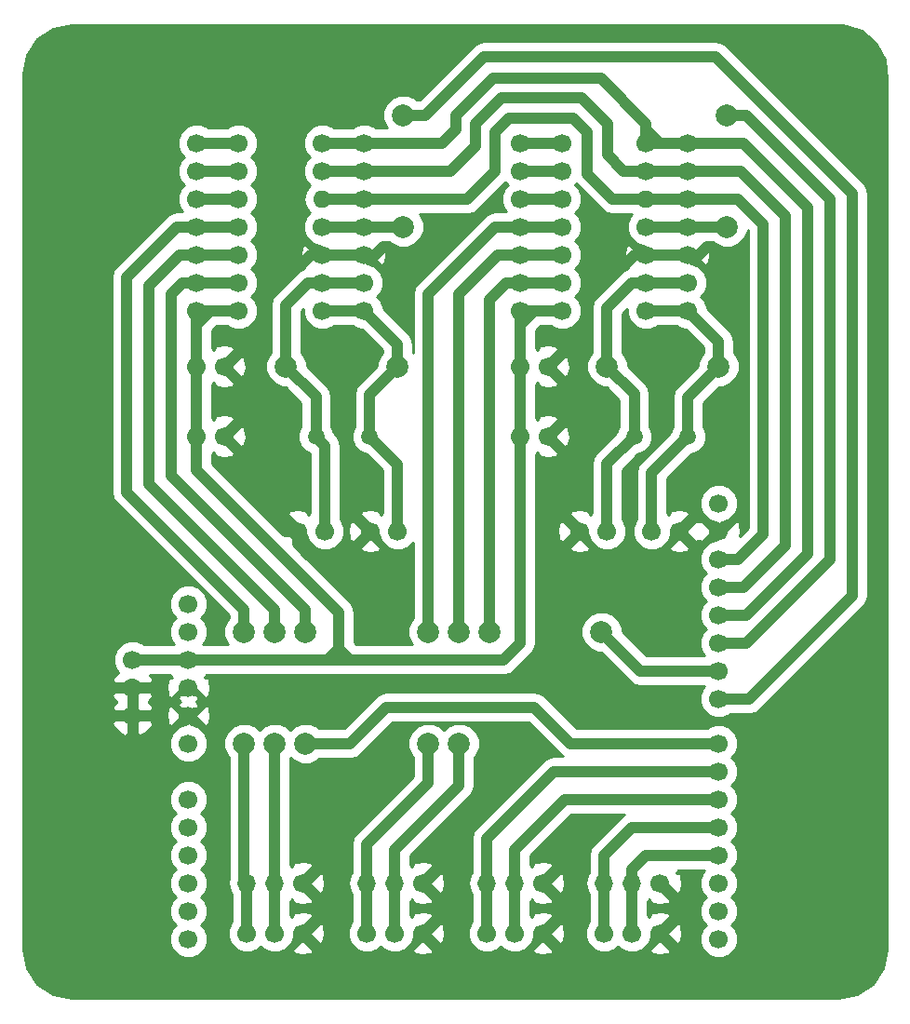
<source format=gbr>
G04 #@! TF.FileFunction,Copper,L2,Bot,Signal*
%FSLAX46Y46*%
G04 Gerber Fmt 4.6, Leading zero omitted, Abs format (unit mm)*
G04 Created by KiCad (PCBNEW 4.0.2+dfsg1-stable) date Sex 21 Jul 2017 02:20:20 BRT*
%MOMM*%
G01*
G04 APERTURE LIST*
%ADD10C,0.100000*%
%ADD11C,1.700000*%
%ADD12C,1.500000*%
%ADD13C,1.998980*%
%ADD14O,1.600000X1.600000*%
%ADD15O,1.700000X1.700000*%
%ADD16C,1.000000*%
%ADD17C,0.254000*%
G04 APERTURE END LIST*
D10*
D11*
X20828000Y11176000D03*
X20828000Y13716000D03*
X20828000Y16256000D03*
X20828000Y23876000D03*
X20828000Y21336000D03*
X20828000Y18796000D03*
X20828000Y28956000D03*
X20828000Y31496000D03*
X20828000Y34036000D03*
X20828000Y39116000D03*
X20828000Y41656000D03*
X69088000Y11176000D03*
X69088000Y13716000D03*
X69088000Y16256000D03*
X69088000Y18796000D03*
X69088000Y21336000D03*
X69088000Y23876000D03*
X69088000Y26416000D03*
X69088000Y28956000D03*
X69088000Y33020000D03*
X69088000Y35560000D03*
X69088000Y38100000D03*
X69088000Y40640000D03*
X69088000Y43180000D03*
X69088000Y45720000D03*
X69088000Y48260000D03*
X69088000Y50800000D03*
X20828000Y36576000D03*
D12*
X66294000Y56896000D03*
X61394000Y56896000D03*
D11*
X21590000Y56896000D03*
X24090000Y56896000D03*
X51054000Y56896000D03*
X53554000Y56896000D03*
X21590000Y63246000D03*
X24090000Y63246000D03*
X51054000Y63246000D03*
X53554000Y63246000D03*
X39878000Y48260000D03*
X37378000Y48260000D03*
X62992000Y48260000D03*
X65492000Y48260000D03*
X33274000Y48260000D03*
X30774000Y48260000D03*
X58928000Y48260000D03*
X56428000Y48260000D03*
X58674000Y11684000D03*
X61214000Y11684000D03*
X63754000Y11684000D03*
X26162000Y11684000D03*
X28702000Y11684000D03*
X31242000Y11684000D03*
X37084000Y11684000D03*
X39624000Y11684000D03*
X42164000Y11684000D03*
X48006000Y11684000D03*
X50546000Y11684000D03*
X53086000Y11684000D03*
D13*
X29718000Y63246000D03*
X39878000Y63246000D03*
X58928000Y63246000D03*
X69088000Y63246000D03*
D11*
X33020000Y68326000D03*
X25400000Y83566000D03*
X33020000Y70866000D03*
X25400000Y81026000D03*
X33020000Y73406000D03*
X25400000Y78486000D03*
X33020000Y75946000D03*
X25400000Y75946000D03*
D14*
X33020000Y78486000D03*
D11*
X25400000Y73406000D03*
X33020000Y81026000D03*
X25400000Y70866000D03*
X33020000Y83566000D03*
X25400000Y68326000D03*
X36830000Y68326000D03*
X36830000Y70866000D03*
X36830000Y73406000D03*
X36830000Y75946000D03*
X36830000Y78486000D03*
X36830000Y81026000D03*
X36830000Y83566000D03*
X21590000Y83566000D03*
X21590000Y81026000D03*
X21590000Y78486000D03*
X21590000Y75946000D03*
X21590000Y73406000D03*
X21590000Y70866000D03*
X21590000Y68326000D03*
X62484000Y68326000D03*
X54864000Y83566000D03*
X62484000Y70866000D03*
X54864000Y81026000D03*
X62484000Y73406000D03*
X54864000Y78486000D03*
X62484000Y75946000D03*
X54864000Y75946000D03*
D14*
X62484000Y78486000D03*
D11*
X54864000Y73406000D03*
X62484000Y81026000D03*
X54864000Y70866000D03*
X62484000Y83566000D03*
X54864000Y68326000D03*
X66294000Y68326000D03*
X66294000Y70866000D03*
X66294000Y73406000D03*
X66294000Y75946000D03*
X66294000Y78486000D03*
X66294000Y81026000D03*
X66294000Y83566000D03*
X51054000Y83566000D03*
X51054000Y81026000D03*
X51054000Y78486000D03*
X51054000Y75946000D03*
X51054000Y73406000D03*
X51054000Y70866000D03*
X51054000Y68326000D03*
D12*
X37338000Y56896000D03*
X32438000Y56896000D03*
D13*
X69850000Y75946000D03*
X69850000Y86106000D03*
X48260000Y39116000D03*
X58420000Y39116000D03*
X40386000Y75946000D03*
X40386000Y86106000D03*
X31496000Y39116000D03*
X31496000Y28956000D03*
X28702000Y28956000D03*
X28702000Y39116000D03*
X25908000Y28956000D03*
X25908000Y39116000D03*
X45466000Y28956000D03*
X45466000Y39116000D03*
X42672000Y28956000D03*
X42672000Y39116000D03*
D11*
X63754000Y16256000D03*
D15*
X61214000Y16256000D03*
X58674000Y16256000D03*
D11*
X53086000Y16256000D03*
D15*
X50546000Y16256000D03*
X48006000Y16256000D03*
D11*
X42164000Y16256000D03*
D15*
X39624000Y16256000D03*
X37084000Y16256000D03*
D11*
X31242000Y16256000D03*
D15*
X28702000Y16256000D03*
X26162000Y16256000D03*
D11*
X15748000Y36576000D03*
D15*
X15748000Y34036000D03*
X15748000Y31496000D03*
D16*
X20828000Y36576000D02*
X15748000Y36576000D01*
X51054000Y67056000D02*
X52324000Y68326000D01*
X52324000Y68326000D02*
X52578000Y68326000D01*
X21590000Y67056000D02*
X22860000Y68326000D01*
X22606000Y68072000D02*
X22606000Y68326000D01*
X22860000Y68326000D02*
X22606000Y68072000D01*
X35560000Y36576000D02*
X34544000Y37592000D01*
X33528000Y36576000D02*
X34544000Y37592000D01*
X34290000Y37338000D02*
X34544000Y37338000D01*
X34544000Y37592000D02*
X34290000Y37338000D01*
X21590000Y56896000D02*
X21590000Y53848000D01*
X21590000Y53848000D02*
X34544000Y40894000D01*
X34544000Y40894000D02*
X34544000Y37338000D01*
X34544000Y37338000D02*
X34544000Y36576000D01*
X20828000Y36576000D02*
X33528000Y36576000D01*
X33528000Y36576000D02*
X34544000Y36576000D01*
X34544000Y36576000D02*
X35560000Y36576000D01*
X35560000Y36576000D02*
X49530000Y36576000D01*
X51054000Y38100000D02*
X51054000Y56896000D01*
X49530000Y36576000D02*
X51054000Y38100000D01*
X21590000Y63246000D02*
X21590000Y56896000D01*
X21590000Y68326000D02*
X21590000Y67056000D01*
X21590000Y67056000D02*
X21590000Y63246000D01*
X51054000Y63246000D02*
X51054000Y56896000D01*
X51054000Y68326000D02*
X51054000Y67056000D01*
X51054000Y67056000D02*
X51054000Y63246000D01*
X51054000Y68326000D02*
X52578000Y68326000D01*
X52578000Y68326000D02*
X54864000Y68326000D01*
X25400000Y68326000D02*
X22606000Y68326000D01*
X22606000Y68326000D02*
X21590000Y68326000D01*
X62484000Y73406000D02*
X61468000Y73406000D01*
X61468000Y73406000D02*
X60706000Y72644000D01*
X33020000Y73406000D02*
X32004000Y73406000D01*
X32004000Y73406000D02*
X31242000Y72644000D01*
X30774000Y48260000D02*
X29652876Y48260000D01*
X29652876Y48260000D02*
X29050438Y48862438D01*
X30774000Y48260000D02*
X30774000Y47138876D01*
X30774000Y47138876D02*
X31463438Y46449438D01*
X36830000Y73406000D02*
X37846000Y73406000D01*
X37846000Y73406000D02*
X38608000Y74168000D01*
X66294000Y73406000D02*
X67310000Y73406000D01*
X67310000Y73406000D02*
X68072000Y74168000D01*
X33020000Y73406000D02*
X36830000Y73406000D01*
X66294000Y73406000D02*
X62484000Y73406000D01*
X39878000Y48260000D02*
X39878000Y54356000D01*
X39878000Y54356000D02*
X37338000Y56896000D01*
X37338000Y56896000D02*
X37338000Y60706000D01*
X37338000Y60706000D02*
X39878000Y63246000D01*
X39878000Y63246000D02*
X39878000Y65278000D01*
X39878000Y65278000D02*
X36830000Y68326000D01*
X33020000Y68326000D02*
X36830000Y68326000D01*
X62992000Y48260000D02*
X62992000Y53594000D01*
X62992000Y53594000D02*
X66294000Y56896000D01*
X66294000Y56896000D02*
X66294000Y60452000D01*
X66294000Y60452000D02*
X69088000Y63246000D01*
X69088000Y63246000D02*
X69088000Y65532000D01*
X69088000Y65532000D02*
X66294000Y68326000D01*
X66294000Y68326000D02*
X62484000Y68326000D01*
X33274000Y48260000D02*
X33274000Y56060000D01*
X33274000Y56060000D02*
X32438000Y56896000D01*
X32438000Y56896000D02*
X32438000Y60526000D01*
X32438000Y60526000D02*
X29718000Y63246000D01*
X33020000Y70866000D02*
X31750000Y70866000D01*
X29718000Y68834000D02*
X29718000Y63246000D01*
X31750000Y70866000D02*
X29718000Y68834000D01*
X36830000Y70866000D02*
X33020000Y70866000D01*
X58928000Y48260000D02*
X58928000Y54430000D01*
X58928000Y54430000D02*
X61394000Y56896000D01*
X61394000Y56896000D02*
X61394000Y60780000D01*
X61394000Y60780000D02*
X58928000Y63246000D01*
X58928000Y63246000D02*
X58928000Y68580000D01*
X61214000Y70866000D02*
X62484000Y70866000D01*
X58928000Y68580000D02*
X61214000Y70866000D01*
X62484000Y70866000D02*
X66294000Y70866000D01*
X58674000Y16256000D02*
X58674000Y11684000D01*
X58674000Y16256000D02*
X58674000Y18796000D01*
X61214000Y21336000D02*
X69088000Y21336000D01*
X58674000Y18796000D02*
X61214000Y21336000D01*
X61214000Y16256000D02*
X61214000Y11684000D01*
X61214000Y16256000D02*
X61214000Y17526000D01*
X62484000Y18796000D02*
X69088000Y18796000D01*
X61214000Y17526000D02*
X62484000Y18796000D01*
X25908000Y28956000D02*
X25908000Y16510000D01*
X25908000Y16510000D02*
X26162000Y16256000D01*
X26162000Y11684000D02*
X26162000Y16256000D01*
X28702000Y16256000D02*
X28702000Y11684000D01*
X28702000Y28956000D02*
X28702000Y16256000D01*
X37084000Y16256000D02*
X37084000Y19812000D01*
X42672000Y25400000D02*
X42672000Y28956000D01*
X37084000Y19812000D02*
X42672000Y25400000D01*
X37084000Y16256000D02*
X37084000Y11684000D01*
X39624000Y16256000D02*
X39624000Y19304000D01*
X45466000Y25146000D02*
X45466000Y28956000D01*
X39624000Y19304000D02*
X45466000Y25146000D01*
X39624000Y16256000D02*
X39624000Y11684000D01*
X48006000Y16256000D02*
X48006000Y11684000D01*
X48006000Y16256000D02*
X48006000Y20320000D01*
X54102000Y26416000D02*
X69088000Y26416000D01*
X48006000Y20320000D02*
X54102000Y26416000D01*
X50546000Y16256000D02*
X50546000Y11684000D01*
X50546000Y16256000D02*
X50546000Y19304000D01*
X55118000Y23876000D02*
X69088000Y23876000D01*
X50546000Y19304000D02*
X55118000Y23876000D01*
X31496000Y39116000D02*
X31496000Y41148000D01*
X20320000Y70866000D02*
X21590000Y70866000D01*
X19304000Y69850000D02*
X20320000Y70866000D01*
X19304000Y53340000D02*
X19304000Y69850000D01*
X31496000Y41148000D02*
X19304000Y53340000D01*
X21590000Y70866000D02*
X25400000Y70866000D01*
X48260000Y39116000D02*
X48260000Y69342000D01*
X49784000Y70866000D02*
X51054000Y70866000D01*
X48260000Y69342000D02*
X49784000Y70866000D01*
X54864000Y70866000D02*
X51054000Y70866000D01*
X36830000Y75946000D02*
X33020000Y75946000D01*
X40386000Y75946000D02*
X36830000Y75946000D01*
X66294000Y75946000D02*
X62484000Y75946000D01*
X69850000Y75946000D02*
X66294000Y75946000D01*
X62484000Y84836000D02*
X63754000Y83566000D01*
X63500000Y83820000D02*
X63500000Y83566000D01*
X63754000Y83566000D02*
X63500000Y83820000D01*
X71628000Y40640000D02*
X69088000Y40640000D01*
X77216000Y46228000D02*
X71628000Y40640000D01*
X77216000Y77724000D02*
X77216000Y46228000D01*
X71374000Y83566000D02*
X77216000Y77724000D01*
X36830000Y83566000D02*
X43897996Y83566000D01*
X62484000Y85344000D02*
X62484000Y84836000D01*
X62484000Y84836000D02*
X62484000Y83566000D01*
X58375996Y89452004D02*
X62484000Y85344000D01*
X48546828Y89452004D02*
X58375996Y89452004D01*
X45167996Y86073172D02*
X48546828Y89452004D01*
X45167996Y84836000D02*
X45167996Y86073172D01*
X43897996Y83566000D02*
X45167996Y84836000D01*
X36830000Y83566000D02*
X33020000Y83566000D01*
X62484000Y83566000D02*
X63500000Y83566000D01*
X63500000Y83566000D02*
X66294000Y83566000D01*
X66294000Y83566000D02*
X71374000Y83566000D01*
X36830000Y81026000D02*
X44681998Y81026000D01*
X60452000Y81026000D02*
X62484000Y81026000D01*
X58950002Y82527998D02*
X60452000Y81026000D01*
X58950002Y85327586D02*
X58950002Y82527998D01*
X56625586Y87652002D02*
X58950002Y85327586D01*
X49292414Y87652002D02*
X56625586Y87652002D01*
X46967998Y85327586D02*
X49292414Y87652002D01*
X46967998Y83312000D02*
X46967998Y85327586D01*
X44681998Y81026000D02*
X46967998Y83312000D01*
X33020000Y81026000D02*
X36830000Y81026000D01*
X66294000Y81026000D02*
X62484000Y81026000D01*
X66294000Y81026000D02*
X71120000Y81026000D01*
X71374000Y43180000D02*
X69088000Y43180000D01*
X75184000Y46990000D02*
X71374000Y43180000D01*
X75184000Y76962000D02*
X75184000Y46990000D01*
X71120000Y81026000D02*
X75184000Y76962000D01*
X36830000Y78486000D02*
X46228000Y78486000D01*
X59436000Y78486000D02*
X62484000Y78486000D01*
X57150000Y80772000D02*
X59436000Y78486000D01*
X57150000Y84582000D02*
X57150000Y80772000D01*
X55880000Y85852000D02*
X57150000Y84582000D01*
X50038000Y85852000D02*
X55880000Y85852000D01*
X48768000Y84582000D02*
X50038000Y85852000D01*
X48768000Y81026000D02*
X48768000Y84582000D01*
X46228000Y78486000D02*
X48768000Y81026000D01*
X36830000Y78486000D02*
X33020000Y78486000D01*
X62484000Y78486000D02*
X66294000Y78486000D01*
X66294000Y78486000D02*
X70866000Y78486000D01*
X70866000Y78486000D02*
X73152000Y76200000D01*
X73152000Y76200000D02*
X73152000Y48006000D01*
X73152000Y48006000D02*
X70866000Y45720000D01*
X70866000Y45720000D02*
X69088000Y45720000D01*
X25400000Y83566000D02*
X21590000Y83566000D01*
X21590000Y81026000D02*
X25400000Y81026000D01*
X25400000Y78486000D02*
X21590000Y78486000D01*
X51054000Y83566000D02*
X54864000Y83566000D01*
X51054000Y81026000D02*
X54864000Y81026000D01*
X51054000Y78486000D02*
X54864000Y78486000D01*
X40386000Y86106000D02*
X42418000Y86106000D01*
X71882000Y33020000D02*
X69088000Y33020000D01*
X81280000Y42418000D02*
X71882000Y33020000D01*
X81280000Y78999588D02*
X81280000Y42418000D01*
X68839588Y91440000D02*
X81280000Y78999588D01*
X47752000Y91440000D02*
X68839588Y91440000D01*
X42418000Y86106000D02*
X47752000Y91440000D01*
X69088000Y35560000D02*
X61976000Y35560000D01*
X61976000Y35560000D02*
X58420000Y39116000D01*
X69850000Y86106000D02*
X71628000Y86106000D01*
X71633588Y38100000D02*
X69088000Y38100000D01*
X79248000Y45714412D02*
X71633588Y38100000D01*
X79248000Y78486000D02*
X79248000Y45714412D01*
X71628000Y86106000D02*
X79248000Y78486000D01*
X69088000Y28956000D02*
X55626000Y28956000D01*
X35560000Y28956000D02*
X31496000Y28956000D01*
X38862000Y32258000D02*
X35560000Y28956000D01*
X52324000Y32258000D02*
X38862000Y32258000D01*
X55626000Y28956000D02*
X52324000Y32258000D01*
X28702000Y39116000D02*
X28702000Y41148000D01*
X20066000Y73406000D02*
X21590000Y73406000D01*
X17272000Y70612000D02*
X20066000Y73406000D01*
X17272000Y52578000D02*
X17272000Y70612000D01*
X28702000Y41148000D02*
X17272000Y52578000D01*
X25400000Y73406000D02*
X21590000Y73406000D01*
X25908000Y39116000D02*
X25908000Y41148000D01*
X19812000Y75946000D02*
X21590000Y75946000D01*
X15240000Y71374000D02*
X19812000Y75946000D01*
X15240000Y51816000D02*
X15240000Y71374000D01*
X25908000Y41148000D02*
X15240000Y51816000D01*
X21590000Y75946000D02*
X25400000Y75946000D01*
X45466000Y39116000D02*
X45466000Y69850000D01*
X49022000Y73406000D02*
X51054000Y73406000D01*
X45466000Y69850000D02*
X49022000Y73406000D01*
X51054000Y73406000D02*
X54864000Y73406000D01*
X42672000Y39116000D02*
X42672000Y69850000D01*
X48768000Y75946000D02*
X51054000Y75946000D01*
X42672000Y69850000D02*
X48768000Y75946000D01*
X54864000Y75946000D02*
X51054000Y75946000D01*
D17*
G36*
X82081160Y93776984D02*
X83401039Y92690484D01*
X84204660Y91181594D01*
X84380000Y89373654D01*
X84380000Y10229931D01*
X84034502Y8492997D01*
X83090221Y7079779D01*
X81677005Y6135498D01*
X79940069Y5790000D01*
X10229931Y5790000D01*
X8492997Y6135498D01*
X7079779Y7079779D01*
X6135498Y8492995D01*
X5790000Y10229931D01*
X5790000Y23533986D01*
X19100701Y23533986D01*
X19363067Y22899011D01*
X19655652Y22605915D01*
X19364774Y22315544D01*
X19101300Y21681029D01*
X19100701Y20993986D01*
X19363067Y20359011D01*
X19655652Y20065915D01*
X19364774Y19775544D01*
X19101300Y19141029D01*
X19100701Y18453986D01*
X19363067Y17819011D01*
X19655652Y17525915D01*
X19364774Y17235544D01*
X19101300Y16601029D01*
X19100701Y15913986D01*
X19363067Y15279011D01*
X19655652Y14985915D01*
X19364774Y14695544D01*
X19101300Y14061029D01*
X19100701Y13373986D01*
X19363067Y12739011D01*
X19655652Y12445915D01*
X19364774Y12155544D01*
X19101300Y11521029D01*
X19100701Y10833986D01*
X19363067Y10199011D01*
X19848456Y9712774D01*
X20482971Y9449300D01*
X21170014Y9448701D01*
X21804989Y9711067D01*
X22291226Y10196456D01*
X22554700Y10830971D01*
X22555299Y11518014D01*
X22292933Y12152989D01*
X22000348Y12446085D01*
X22291226Y12736456D01*
X22554700Y13370971D01*
X22555299Y14058014D01*
X22292933Y14692989D01*
X22000348Y14986085D01*
X22291226Y15276456D01*
X22554700Y15910971D01*
X22555299Y16598014D01*
X22292933Y17232989D01*
X22000348Y17526085D01*
X22291226Y17816456D01*
X22554700Y18450971D01*
X22555299Y19138014D01*
X22292933Y19772989D01*
X22000348Y20066085D01*
X22291226Y20356456D01*
X22554700Y20990971D01*
X22555299Y21678014D01*
X22292933Y22312989D01*
X22000348Y22606085D01*
X22291226Y22896456D01*
X22554700Y23530971D01*
X22555299Y24218014D01*
X22292933Y24852989D01*
X21807544Y25339226D01*
X21173029Y25602700D01*
X20485986Y25603299D01*
X19851011Y25340933D01*
X19364774Y24855544D01*
X19101300Y24221029D01*
X19100701Y23533986D01*
X5790000Y23533986D01*
X5790000Y28613986D01*
X19100701Y28613986D01*
X19363067Y27979011D01*
X19848456Y27492774D01*
X20482971Y27229300D01*
X21170014Y27228701D01*
X21804989Y27491067D01*
X22291226Y27976456D01*
X22543658Y28584381D01*
X24031185Y28584381D01*
X24316261Y27894442D01*
X24531000Y27679328D01*
X24531000Y16772459D01*
X24435000Y16289834D01*
X24435000Y16222166D01*
X24566460Y15561272D01*
X24785000Y15234204D01*
X24785000Y12749620D01*
X24698774Y12663544D01*
X24435300Y12029029D01*
X24434701Y11341986D01*
X24697067Y10707011D01*
X25182456Y10220774D01*
X25816971Y9957300D01*
X26504014Y9956701D01*
X27138989Y10219067D01*
X27432085Y10511652D01*
X27722456Y10220774D01*
X28356971Y9957300D01*
X29044014Y9956701D01*
X29678989Y10219067D01*
X29682771Y10222843D01*
X30308345Y10222843D01*
X30379407Y9862157D01*
X31142257Y9670737D01*
X31920292Y9785817D01*
X32104593Y9862157D01*
X32175655Y10222843D01*
X31242000Y11156498D01*
X30308345Y10222843D01*
X29682771Y10222843D01*
X30165226Y10704456D01*
X30428700Y11338971D01*
X30428752Y11398254D01*
X30714498Y11684000D01*
X31769502Y11684000D01*
X32703157Y10750345D01*
X33063843Y10821407D01*
X33194470Y11341986D01*
X35356701Y11341986D01*
X35619067Y10707011D01*
X36104456Y10220774D01*
X36738971Y9957300D01*
X37426014Y9956701D01*
X38060989Y10219067D01*
X38354085Y10511652D01*
X38644456Y10220774D01*
X39278971Y9957300D01*
X39966014Y9956701D01*
X40600989Y10219067D01*
X40604771Y10222843D01*
X41230345Y10222843D01*
X41301407Y9862157D01*
X42064257Y9670737D01*
X42842292Y9785817D01*
X43026593Y9862157D01*
X43097655Y10222843D01*
X42164000Y11156498D01*
X41230345Y10222843D01*
X40604771Y10222843D01*
X41087226Y10704456D01*
X41350700Y11338971D01*
X41350752Y11398254D01*
X41636498Y11684000D01*
X42691502Y11684000D01*
X43625157Y10750345D01*
X43985843Y10821407D01*
X44177263Y11584257D01*
X44062183Y12362292D01*
X43985843Y12546593D01*
X43625157Y12617655D01*
X42691502Y11684000D01*
X41636498Y11684000D01*
X41622356Y11698142D01*
X42149858Y12225644D01*
X42164000Y12211502D01*
X43097655Y13145157D01*
X43026593Y13505843D01*
X42263743Y13697263D01*
X41485708Y13582183D01*
X41301407Y13505843D01*
X41230345Y13145159D01*
X41004174Y13371331D01*
X41001000Y13368157D01*
X41001000Y14571843D01*
X41004174Y14568669D01*
X41230345Y14794841D01*
X41301407Y14434157D01*
X42064257Y14242737D01*
X42842292Y14357817D01*
X43026593Y14434157D01*
X43097655Y14794843D01*
X42164000Y15728498D01*
X42149858Y15714356D01*
X41622356Y16241858D01*
X41636498Y16256000D01*
X42691502Y16256000D01*
X43625157Y15322345D01*
X43985843Y15393407D01*
X44177263Y16156257D01*
X44062183Y16934292D01*
X43985843Y17118593D01*
X43625157Y17189655D01*
X42691502Y16256000D01*
X41636498Y16256000D01*
X41622356Y16270142D01*
X42149858Y16797644D01*
X42164000Y16783502D01*
X43097655Y17717157D01*
X43026593Y18077843D01*
X42263743Y18269263D01*
X41485708Y18154183D01*
X41301407Y18077843D01*
X41230345Y17717159D01*
X41004174Y17943331D01*
X41001000Y17940157D01*
X41001000Y18733628D01*
X46439686Y24172314D01*
X46738182Y24619045D01*
X46843000Y25146000D01*
X46843000Y27679153D01*
X47055884Y27891666D01*
X47342164Y28581105D01*
X47342815Y29327619D01*
X47057739Y30017558D01*
X46530334Y30545884D01*
X45840895Y30832164D01*
X45094381Y30832815D01*
X44404442Y30547739D01*
X44068878Y30212760D01*
X43736334Y30545884D01*
X43046895Y30832164D01*
X42300381Y30832815D01*
X41610442Y30547739D01*
X41082116Y30020334D01*
X40795836Y29330895D01*
X40795185Y28584381D01*
X41080261Y27894442D01*
X41295000Y27679328D01*
X41295000Y25970372D01*
X36110314Y20785686D01*
X35811818Y20338955D01*
X35707000Y19812000D01*
X35707000Y17277796D01*
X35488460Y16950728D01*
X35357000Y16289834D01*
X35357000Y16222166D01*
X35488460Y15561272D01*
X35707000Y15234204D01*
X35707000Y12749620D01*
X35620774Y12663544D01*
X35357300Y12029029D01*
X35356701Y11341986D01*
X33194470Y11341986D01*
X33255263Y11584257D01*
X33140183Y12362292D01*
X33063843Y12546593D01*
X32703157Y12617655D01*
X31769502Y11684000D01*
X30714498Y11684000D01*
X30700356Y11698142D01*
X31227858Y12225644D01*
X31242000Y12211502D01*
X32175655Y13145157D01*
X32104593Y13505843D01*
X31341743Y13697263D01*
X30563708Y13582183D01*
X30379407Y13505843D01*
X30308345Y13145159D01*
X30082174Y13371331D01*
X30079000Y13368157D01*
X30079000Y14571843D01*
X30082174Y14568669D01*
X30308345Y14794841D01*
X30379407Y14434157D01*
X31142257Y14242737D01*
X31920292Y14357817D01*
X32104593Y14434157D01*
X32175655Y14794843D01*
X31242000Y15728498D01*
X31227858Y15714356D01*
X30700356Y16241858D01*
X30714498Y16256000D01*
X31769502Y16256000D01*
X32703157Y15322345D01*
X33063843Y15393407D01*
X33255263Y16156257D01*
X33140183Y16934292D01*
X33063843Y17118593D01*
X32703157Y17189655D01*
X31769502Y16256000D01*
X30714498Y16256000D01*
X30700356Y16270142D01*
X31227858Y16797644D01*
X31242000Y16783502D01*
X32175655Y17717157D01*
X32104593Y18077843D01*
X31341743Y18269263D01*
X30563708Y18154183D01*
X30379407Y18077843D01*
X30308345Y17717159D01*
X30082174Y17943331D01*
X30079000Y17940157D01*
X30079000Y27679153D01*
X30099122Y27699240D01*
X30431666Y27366116D01*
X31121105Y27079836D01*
X31867619Y27079185D01*
X32557558Y27364261D01*
X32772672Y27579000D01*
X35560000Y27579000D01*
X36086955Y27683818D01*
X36533686Y27982314D01*
X39432372Y30881000D01*
X51753628Y30881000D01*
X54652314Y27982314D01*
X54935643Y27793000D01*
X54102000Y27793000D01*
X53575045Y27688182D01*
X53128314Y27389686D01*
X47032314Y21293686D01*
X46733818Y20846955D01*
X46629000Y20320000D01*
X46629000Y17277796D01*
X46410460Y16950728D01*
X46279000Y16289834D01*
X46279000Y16222166D01*
X46410460Y15561272D01*
X46629000Y15234204D01*
X46629000Y12749620D01*
X46542774Y12663544D01*
X46279300Y12029029D01*
X46278701Y11341986D01*
X46541067Y10707011D01*
X47026456Y10220774D01*
X47660971Y9957300D01*
X48348014Y9956701D01*
X48982989Y10219067D01*
X49276085Y10511652D01*
X49566456Y10220774D01*
X50200971Y9957300D01*
X50888014Y9956701D01*
X51522989Y10219067D01*
X51526771Y10222843D01*
X52152345Y10222843D01*
X52223407Y9862157D01*
X52986257Y9670737D01*
X53764292Y9785817D01*
X53948593Y9862157D01*
X54019655Y10222843D01*
X53086000Y11156498D01*
X52152345Y10222843D01*
X51526771Y10222843D01*
X52009226Y10704456D01*
X52272700Y11338971D01*
X52272752Y11398254D01*
X52558498Y11684000D01*
X53613502Y11684000D01*
X54547157Y10750345D01*
X54907843Y10821407D01*
X55099263Y11584257D01*
X54984183Y12362292D01*
X54907843Y12546593D01*
X54547157Y12617655D01*
X53613502Y11684000D01*
X52558498Y11684000D01*
X52544356Y11698142D01*
X53071858Y12225644D01*
X53086000Y12211502D01*
X54019655Y13145157D01*
X53948593Y13505843D01*
X53185743Y13697263D01*
X52407708Y13582183D01*
X52223407Y13505843D01*
X52152345Y13145159D01*
X51926174Y13371331D01*
X51923000Y13368157D01*
X51923000Y14571843D01*
X51926174Y14568669D01*
X52152345Y14794841D01*
X52223407Y14434157D01*
X52986257Y14242737D01*
X53764292Y14357817D01*
X53948593Y14434157D01*
X54019655Y14794843D01*
X53086000Y15728498D01*
X53071858Y15714356D01*
X52544356Y16241858D01*
X52558498Y16256000D01*
X53613502Y16256000D01*
X54547157Y15322345D01*
X54907843Y15393407D01*
X55099263Y16156257D01*
X54984183Y16934292D01*
X54907843Y17118593D01*
X54547157Y17189655D01*
X53613502Y16256000D01*
X52558498Y16256000D01*
X52544356Y16270142D01*
X53071858Y16797644D01*
X53086000Y16783502D01*
X54019655Y17717157D01*
X53948593Y18077843D01*
X53185743Y18269263D01*
X52407708Y18154183D01*
X52223407Y18077843D01*
X52152345Y17717159D01*
X51926174Y17943331D01*
X51923000Y17940157D01*
X51923000Y18733628D01*
X55688372Y22499000D01*
X60523643Y22499000D01*
X60240314Y22309686D01*
X57700314Y19769686D01*
X57401818Y19322955D01*
X57297000Y18796000D01*
X57297000Y17277796D01*
X57078460Y16950728D01*
X56947000Y16289834D01*
X56947000Y16222166D01*
X57078460Y15561272D01*
X57297000Y15234204D01*
X57297000Y12749620D01*
X57210774Y12663544D01*
X56947300Y12029029D01*
X56946701Y11341986D01*
X57209067Y10707011D01*
X57694456Y10220774D01*
X58328971Y9957300D01*
X59016014Y9956701D01*
X59650989Y10219067D01*
X59944085Y10511652D01*
X60234456Y10220774D01*
X60868971Y9957300D01*
X61556014Y9956701D01*
X62190989Y10219067D01*
X62194771Y10222843D01*
X62820345Y10222843D01*
X62891407Y9862157D01*
X63654257Y9670737D01*
X64432292Y9785817D01*
X64616593Y9862157D01*
X64687655Y10222843D01*
X63754000Y11156498D01*
X62820345Y10222843D01*
X62194771Y10222843D01*
X62677226Y10704456D01*
X62940700Y11338971D01*
X62940752Y11398254D01*
X63226498Y11684000D01*
X64281502Y11684000D01*
X65215157Y10750345D01*
X65575843Y10821407D01*
X65767263Y11584257D01*
X65652183Y12362292D01*
X65575843Y12546593D01*
X65215157Y12617655D01*
X64281502Y11684000D01*
X63226498Y11684000D01*
X63212356Y11698142D01*
X63739858Y12225644D01*
X63754000Y12211502D01*
X64687655Y13145157D01*
X64616593Y13505843D01*
X63853743Y13697263D01*
X63075708Y13582183D01*
X62891407Y13505843D01*
X62820345Y13145159D01*
X62594174Y13371331D01*
X62591000Y13368157D01*
X62591000Y14571843D01*
X62594174Y14568669D01*
X62820345Y14794841D01*
X62891407Y14434157D01*
X63654257Y14242737D01*
X64432292Y14357817D01*
X64616593Y14434157D01*
X64687655Y14794843D01*
X63754000Y15728498D01*
X63739858Y15714356D01*
X63212356Y16241858D01*
X63226498Y16256000D01*
X63212356Y16270142D01*
X63739858Y16797644D01*
X63754000Y16783502D01*
X63768142Y16797644D01*
X64295644Y16270142D01*
X64281502Y16256000D01*
X65215157Y15322345D01*
X65575843Y15393407D01*
X65767263Y16156257D01*
X65652183Y16934292D01*
X65575843Y17118593D01*
X65215159Y17189655D01*
X65441331Y17415826D01*
X65438157Y17419000D01*
X67808551Y17419000D01*
X67624774Y17235544D01*
X67361300Y16601029D01*
X67360701Y15913986D01*
X67623067Y15279011D01*
X67915652Y14985915D01*
X67624774Y14695544D01*
X67361300Y14061029D01*
X67360701Y13373986D01*
X67623067Y12739011D01*
X67915652Y12445915D01*
X67624774Y12155544D01*
X67361300Y11521029D01*
X67360701Y10833986D01*
X67623067Y10199011D01*
X68108456Y9712774D01*
X68742971Y9449300D01*
X69430014Y9448701D01*
X70064989Y9711067D01*
X70551226Y10196456D01*
X70814700Y10830971D01*
X70815299Y11518014D01*
X70552933Y12152989D01*
X70260348Y12446085D01*
X70551226Y12736456D01*
X70814700Y13370971D01*
X70815299Y14058014D01*
X70552933Y14692989D01*
X70260348Y14986085D01*
X70551226Y15276456D01*
X70814700Y15910971D01*
X70815299Y16598014D01*
X70552933Y17232989D01*
X70260348Y17526085D01*
X70551226Y17816456D01*
X70814700Y18450971D01*
X70815299Y19138014D01*
X70552933Y19772989D01*
X70260348Y20066085D01*
X70551226Y20356456D01*
X70814700Y20990971D01*
X70815299Y21678014D01*
X70552933Y22312989D01*
X70260348Y22606085D01*
X70551226Y22896456D01*
X70814700Y23530971D01*
X70815299Y24218014D01*
X70552933Y24852989D01*
X70260348Y25146085D01*
X70551226Y25436456D01*
X70814700Y26070971D01*
X70815299Y26758014D01*
X70552933Y27392989D01*
X70260348Y27686085D01*
X70551226Y27976456D01*
X70814700Y28610971D01*
X70815299Y29298014D01*
X70552933Y29932989D01*
X70067544Y30419226D01*
X69433029Y30682700D01*
X68745986Y30683299D01*
X68111011Y30420933D01*
X68022924Y30333000D01*
X56196372Y30333000D01*
X53297686Y33231686D01*
X52850955Y33530182D01*
X52324000Y33635000D01*
X38862000Y33635000D01*
X38335045Y33530182D01*
X37888314Y33231686D01*
X34989628Y30333000D01*
X32772847Y30333000D01*
X32560334Y30545884D01*
X31870895Y30832164D01*
X31124381Y30832815D01*
X30434442Y30547739D01*
X30098878Y30212760D01*
X29766334Y30545884D01*
X29076895Y30832164D01*
X28330381Y30832815D01*
X27640442Y30547739D01*
X27304878Y30212760D01*
X26972334Y30545884D01*
X26282895Y30832164D01*
X25536381Y30832815D01*
X24846442Y30547739D01*
X24318116Y30020334D01*
X24031836Y29330895D01*
X24031185Y28584381D01*
X22543658Y28584381D01*
X22554700Y28610971D01*
X22555299Y29298014D01*
X22292933Y29932989D01*
X21807544Y30419226D01*
X21173029Y30682700D01*
X21113746Y30682752D01*
X20828000Y30968498D01*
X20542752Y30683250D01*
X20485986Y30683299D01*
X19851011Y30420933D01*
X19364774Y29935544D01*
X19101300Y29301029D01*
X19100701Y28613986D01*
X5790000Y28613986D01*
X5790000Y30823876D01*
X13888759Y30823876D01*
X13958037Y30656568D01*
X14415526Y30035477D01*
X15075872Y29636737D01*
X15375000Y29836234D01*
X15375000Y31123000D01*
X16121000Y31123000D01*
X16121000Y29836234D01*
X16420128Y29636737D01*
X17080474Y30035477D01*
X17537963Y30656568D01*
X17607241Y30823876D01*
X17401706Y31123000D01*
X16121000Y31123000D01*
X15375000Y31123000D01*
X14094294Y31123000D01*
X13888759Y30823876D01*
X5790000Y30823876D01*
X5790000Y31595743D01*
X18814737Y31595743D01*
X18929817Y30817708D01*
X19006157Y30633407D01*
X19366843Y30562345D01*
X20300498Y31496000D01*
X21355502Y31496000D01*
X22289157Y30562345D01*
X22649843Y30633407D01*
X22841263Y31396257D01*
X22726183Y32174292D01*
X22649843Y32358593D01*
X22289157Y32429655D01*
X21355502Y31496000D01*
X20300498Y31496000D01*
X19366843Y32429655D01*
X19006157Y32358593D01*
X18814737Y31595743D01*
X5790000Y31595743D01*
X5790000Y33363876D01*
X13888759Y33363876D01*
X13958037Y33196568D01*
X14275189Y32766000D01*
X13958037Y32335432D01*
X13888759Y32168124D01*
X14094294Y31869000D01*
X15375000Y31869000D01*
X15375000Y33663000D01*
X16121000Y33663000D01*
X16121000Y31869000D01*
X17401706Y31869000D01*
X17607241Y32168124D01*
X17537963Y32335432D01*
X17220811Y32766000D01*
X17361615Y32957157D01*
X19894345Y32957157D01*
X20085502Y32766000D01*
X19894345Y32574843D01*
X19965407Y32214157D01*
X20728257Y32022737D01*
X20815814Y32035688D01*
X20828000Y32023502D01*
X20844416Y32039918D01*
X21506292Y32137817D01*
X21690593Y32214157D01*
X21761655Y32574843D01*
X21570498Y32766000D01*
X21761655Y32957157D01*
X21690593Y33317843D01*
X20927743Y33509263D01*
X20840186Y33496312D01*
X20828000Y33508498D01*
X20811584Y33492082D01*
X20149708Y33394183D01*
X19965407Y33317843D01*
X19894345Y32957157D01*
X17361615Y32957157D01*
X17537963Y33196568D01*
X17607241Y33363876D01*
X17401706Y33663000D01*
X16121000Y33663000D01*
X15375000Y33663000D01*
X14094294Y33663000D01*
X13888759Y33363876D01*
X5790000Y33363876D01*
X5790000Y71374000D01*
X13863000Y71374000D01*
X13863000Y51816000D01*
X13967818Y51289045D01*
X14266314Y50842314D01*
X24531000Y40577628D01*
X24531000Y40392847D01*
X24318116Y40180334D01*
X24031836Y39490895D01*
X24031185Y38744381D01*
X24316261Y38054442D01*
X24417526Y37953000D01*
X22107449Y37953000D01*
X22291226Y38136456D01*
X22554700Y38770971D01*
X22555299Y39458014D01*
X22292933Y40092989D01*
X22000348Y40386085D01*
X22291226Y40676456D01*
X22554700Y41310971D01*
X22555299Y41998014D01*
X22292933Y42632989D01*
X21807544Y43119226D01*
X21173029Y43382700D01*
X20485986Y43383299D01*
X19851011Y43120933D01*
X19364774Y42635544D01*
X19101300Y42001029D01*
X19100701Y41313986D01*
X19363067Y40679011D01*
X19655652Y40385915D01*
X19364774Y40095544D01*
X19101300Y39461029D01*
X19100701Y38773986D01*
X19363067Y38139011D01*
X19548754Y37953000D01*
X16813620Y37953000D01*
X16727544Y38039226D01*
X16093029Y38302700D01*
X15405986Y38303299D01*
X14771011Y38040933D01*
X14284774Y37555544D01*
X14021300Y36921029D01*
X14020701Y36233986D01*
X14283067Y35599011D01*
X14402725Y35479144D01*
X13958037Y34875432D01*
X13888759Y34708124D01*
X14094294Y34409000D01*
X15375000Y34409000D01*
X15375000Y34429000D01*
X16121000Y34429000D01*
X16121000Y34409000D01*
X17401706Y34409000D01*
X17607241Y34708124D01*
X17537963Y34875432D01*
X17299626Y35199000D01*
X19143843Y35199000D01*
X19140669Y35195826D01*
X19366841Y34969655D01*
X19006157Y34898593D01*
X18814737Y34135743D01*
X18929817Y33357708D01*
X19006157Y33173407D01*
X19366843Y33102345D01*
X20300498Y34036000D01*
X20286356Y34050142D01*
X20813858Y34577644D01*
X20828000Y34563502D01*
X20842142Y34577644D01*
X21369644Y34050142D01*
X21355502Y34036000D01*
X22289157Y33102345D01*
X22649843Y33173407D01*
X22841263Y33936257D01*
X22726183Y34714292D01*
X22649843Y34898593D01*
X22289159Y34969655D01*
X22515331Y35195826D01*
X22512157Y35199000D01*
X49530000Y35199000D01*
X50056955Y35303818D01*
X50503686Y35602314D01*
X52027686Y37126314D01*
X52326182Y37573045D01*
X52431000Y38100000D01*
X52431000Y46798843D01*
X55494345Y46798843D01*
X55565407Y46438157D01*
X56328257Y46246737D01*
X57106292Y46361817D01*
X57290593Y46438157D01*
X57361655Y46798843D01*
X56428000Y47732498D01*
X55494345Y46798843D01*
X52431000Y46798843D01*
X52431000Y48359743D01*
X54414737Y48359743D01*
X54529817Y47581708D01*
X54606157Y47397407D01*
X54966843Y47326345D01*
X55900498Y48260000D01*
X54966843Y49193655D01*
X54606157Y49122593D01*
X54414737Y48359743D01*
X52431000Y48359743D01*
X52431000Y55245495D01*
X52620345Y55434841D01*
X52691407Y55074157D01*
X53454257Y54882737D01*
X54232292Y54997817D01*
X54416593Y55074157D01*
X54487655Y55434843D01*
X53554000Y56368498D01*
X53539858Y56354356D01*
X53012356Y56881858D01*
X53026498Y56896000D01*
X54081502Y56896000D01*
X55015157Y55962345D01*
X55375843Y56033407D01*
X55567263Y56796257D01*
X55452183Y57574292D01*
X55375843Y57758593D01*
X55015157Y57829655D01*
X54081502Y56896000D01*
X53026498Y56896000D01*
X53012356Y56910142D01*
X53539858Y57437644D01*
X53554000Y57423502D01*
X54487655Y58357157D01*
X54416593Y58717843D01*
X53653743Y58909263D01*
X52875708Y58794183D01*
X52691407Y58717843D01*
X52620345Y58357159D01*
X52431000Y58546505D01*
X52431000Y61595495D01*
X52620345Y61784841D01*
X52691407Y61424157D01*
X53454257Y61232737D01*
X54232292Y61347817D01*
X54416593Y61424157D01*
X54487655Y61784843D01*
X53554000Y62718498D01*
X53539858Y62704356D01*
X53012356Y63231858D01*
X53026498Y63246000D01*
X54081502Y63246000D01*
X55015157Y62312345D01*
X55375843Y62383407D01*
X55567263Y63146257D01*
X55452183Y63924292D01*
X55375843Y64108593D01*
X55015157Y64179655D01*
X54081502Y63246000D01*
X53026498Y63246000D01*
X53012356Y63260142D01*
X53539858Y63787644D01*
X53554000Y63773502D01*
X54487655Y64707157D01*
X54416593Y65067843D01*
X53653743Y65259263D01*
X52875708Y65144183D01*
X52691407Y65067843D01*
X52620345Y64707159D01*
X52431000Y64896505D01*
X52431000Y66485628D01*
X52894372Y66949000D01*
X53798380Y66949000D01*
X53884456Y66862774D01*
X54518971Y66599300D01*
X55206014Y66598701D01*
X55840989Y66861067D01*
X56327226Y67346456D01*
X56590700Y67980971D01*
X56591299Y68668014D01*
X56328933Y69302989D01*
X56036348Y69596085D01*
X56327226Y69886456D01*
X56590700Y70520971D01*
X56591299Y71208014D01*
X56328933Y71842989D01*
X56036348Y72136085D01*
X56327226Y72426456D01*
X56590700Y73060971D01*
X56591299Y73748014D01*
X56328933Y74382989D01*
X56036348Y74676085D01*
X56327226Y74966456D01*
X56590700Y75600971D01*
X56591299Y76288014D01*
X56328933Y76922989D01*
X56036348Y77216085D01*
X56327226Y77506456D01*
X56590700Y78140971D01*
X56591299Y78828014D01*
X56328933Y79462989D01*
X56036348Y79756085D01*
X56137236Y79856798D01*
X56176314Y79798314D01*
X58462314Y77512314D01*
X58909045Y77213818D01*
X59436000Y77109000D01*
X61204551Y77109000D01*
X61020774Y76925544D01*
X60757300Y76291029D01*
X60756701Y75603986D01*
X61019067Y74969011D01*
X61504456Y74482774D01*
X62138971Y74219300D01*
X62198254Y74219248D01*
X62484000Y73933502D01*
X62498142Y73947644D01*
X63025644Y73420142D01*
X63011502Y73406000D01*
X63025644Y73391858D01*
X62498142Y72864356D01*
X62484000Y72878498D01*
X62469858Y72864356D01*
X61942356Y73391858D01*
X61956498Y73406000D01*
X61022843Y74339655D01*
X60662157Y74268593D01*
X60470737Y73505743D01*
X60585817Y72727708D01*
X60662157Y72543407D01*
X61022841Y72472345D01*
X60796669Y72246174D01*
X60868556Y72174287D01*
X60687045Y72138182D01*
X60240314Y71839686D01*
X57954314Y69553686D01*
X57655818Y69106955D01*
X57551000Y68580000D01*
X57551000Y64522847D01*
X57338116Y64310334D01*
X57051836Y63620895D01*
X57051185Y62874381D01*
X57336261Y62184442D01*
X57863666Y61656116D01*
X58553105Y61369836D01*
X58857057Y61369571D01*
X60017000Y60209628D01*
X60017000Y57820321D01*
X60015501Y57818825D01*
X59767283Y57221050D01*
X59767279Y57216651D01*
X57954314Y55403686D01*
X57655818Y54956955D01*
X57551000Y54430000D01*
X57551000Y49910505D01*
X57361655Y49721159D01*
X57290593Y50081843D01*
X56527743Y50273263D01*
X55749708Y50158183D01*
X55565407Y50081843D01*
X55494345Y49721157D01*
X56428000Y48787502D01*
X56442142Y48801644D01*
X56969644Y48274142D01*
X56955502Y48260000D01*
X57200785Y48014717D01*
X57200701Y47917986D01*
X57463067Y47283011D01*
X57948456Y46796774D01*
X58582971Y46533300D01*
X59270014Y46532701D01*
X59904989Y46795067D01*
X60391226Y47280456D01*
X60654700Y47914971D01*
X60655299Y48602014D01*
X60392933Y49236989D01*
X60305000Y49325076D01*
X60305000Y53859628D01*
X61714092Y55268720D01*
X61716211Y55268718D01*
X62314418Y55515892D01*
X62772499Y55973175D01*
X63020717Y56570950D01*
X63021282Y57218211D01*
X62774108Y57816418D01*
X62771000Y57819531D01*
X62771000Y60780000D01*
X62666182Y61306955D01*
X62367686Y61753686D01*
X60804553Y63316819D01*
X60804815Y63617619D01*
X60519739Y64307558D01*
X60305000Y64522672D01*
X60305000Y68009628D01*
X60757118Y68461746D01*
X60756701Y67983986D01*
X61019067Y67349011D01*
X61504456Y66862774D01*
X62138971Y66599300D01*
X62826014Y66598701D01*
X63460989Y66861067D01*
X63549076Y66949000D01*
X65228380Y66949000D01*
X65314456Y66862774D01*
X65948971Y66599300D01*
X66073437Y66599191D01*
X67711000Y64961628D01*
X67711000Y64522847D01*
X67498116Y64310334D01*
X67211836Y63620895D01*
X67211571Y63316943D01*
X65320314Y61425686D01*
X65021818Y60978955D01*
X64917000Y60452000D01*
X64917000Y57820321D01*
X64915501Y57818825D01*
X64667283Y57221050D01*
X64667279Y57216651D01*
X62018314Y54567686D01*
X61719818Y54120955D01*
X61615000Y53594000D01*
X61615000Y49325620D01*
X61528774Y49239544D01*
X61265300Y48605029D01*
X61264701Y47917986D01*
X61527067Y47283011D01*
X62012456Y46796774D01*
X62646971Y46533300D01*
X63334014Y46532701D01*
X63968989Y46795067D01*
X63972771Y46798843D01*
X64558345Y46798843D01*
X64629407Y46438157D01*
X65392257Y46246737D01*
X66170292Y46361817D01*
X66354593Y46438157D01*
X66425655Y46798843D01*
X65492000Y47732498D01*
X64558345Y46798843D01*
X63972771Y46798843D01*
X64455226Y47280456D01*
X64718700Y47914971D01*
X64718787Y48014289D01*
X64964498Y48260000D01*
X66019502Y48260000D01*
X66953157Y47326345D01*
X67290000Y47392709D01*
X67626843Y47326345D01*
X68560498Y48260000D01*
X67626843Y49193655D01*
X67290000Y49127291D01*
X66953157Y49193655D01*
X66019502Y48260000D01*
X64964498Y48260000D01*
X64950356Y48274142D01*
X65477858Y48801644D01*
X65492000Y48787502D01*
X66425655Y49721157D01*
X66354593Y50081843D01*
X65591743Y50273263D01*
X64813708Y50158183D01*
X64629407Y50081843D01*
X64558345Y49721159D01*
X64369000Y49910505D01*
X64369000Y50457986D01*
X67360701Y50457986D01*
X67623067Y49823011D01*
X68108456Y49336774D01*
X68742971Y49073300D01*
X68802254Y49073248D01*
X69088000Y48787502D01*
X69373248Y49072750D01*
X69430014Y49072701D01*
X70064989Y49335067D01*
X70551226Y49820456D01*
X70814700Y50454971D01*
X70815299Y51142014D01*
X70552933Y51776989D01*
X70067544Y52263226D01*
X69433029Y52526700D01*
X68745986Y52527299D01*
X68111011Y52264933D01*
X67624774Y51779544D01*
X67361300Y51145029D01*
X67360701Y50457986D01*
X64369000Y50457986D01*
X64369000Y53023628D01*
X66614092Y55268720D01*
X66616211Y55268718D01*
X67214418Y55515892D01*
X67672499Y55973175D01*
X67920717Y56570950D01*
X67921282Y57218211D01*
X67674108Y57816418D01*
X67671000Y57819531D01*
X67671000Y59881628D01*
X69158819Y61369447D01*
X69459619Y61369185D01*
X70149558Y61654261D01*
X70677884Y62181666D01*
X70964164Y62871105D01*
X70964815Y63617619D01*
X70679739Y64307558D01*
X70465000Y64522672D01*
X70465000Y65532000D01*
X70360182Y66058955D01*
X70061686Y66505686D01*
X68021193Y68546179D01*
X68021299Y68668014D01*
X67758933Y69302989D01*
X67466348Y69596085D01*
X67757226Y69886456D01*
X68020700Y70520971D01*
X68021299Y71208014D01*
X67758933Y71842989D01*
X67273544Y72329226D01*
X66639029Y72592700D01*
X66579746Y72592752D01*
X66294000Y72878498D01*
X66279858Y72864356D01*
X65752356Y73391858D01*
X65766498Y73406000D01*
X65752356Y73420142D01*
X66279858Y73947644D01*
X66294000Y73933502D01*
X66308142Y73947644D01*
X66835644Y73420142D01*
X66821502Y73406000D01*
X67755157Y72472345D01*
X68115843Y72543407D01*
X68307263Y73306257D01*
X68192183Y74084292D01*
X68115843Y74268593D01*
X67755159Y74339655D01*
X67981331Y74565826D01*
X67978157Y74569000D01*
X68573153Y74569000D01*
X68785666Y74356116D01*
X69475105Y74069836D01*
X70221619Y74069185D01*
X70911558Y74354261D01*
X71439884Y74881666D01*
X71726164Y75571105D01*
X71726258Y75678370D01*
X71775000Y75629628D01*
X71775000Y48576372D01*
X71014964Y47816336D01*
X71101263Y48160257D01*
X70986183Y48938292D01*
X70909843Y49122593D01*
X70549157Y49193655D01*
X69615502Y48260000D01*
X69629644Y48245858D01*
X69102142Y47718356D01*
X69088000Y47732498D01*
X68802752Y47447250D01*
X68745986Y47447299D01*
X68111011Y47184933D01*
X67624774Y46699544D01*
X67361300Y46065029D01*
X67360701Y45377986D01*
X67623067Y44743011D01*
X67915652Y44449915D01*
X67624774Y44159544D01*
X67361300Y43525029D01*
X67360701Y42837986D01*
X67623067Y42203011D01*
X67915652Y41909915D01*
X67624774Y41619544D01*
X67361300Y40985029D01*
X67360701Y40297986D01*
X67623067Y39663011D01*
X67915652Y39369915D01*
X67624774Y39079544D01*
X67361300Y38445029D01*
X67360701Y37757986D01*
X67623067Y37123011D01*
X67808754Y36937000D01*
X62546372Y36937000D01*
X60296553Y39186819D01*
X60296815Y39487619D01*
X60011739Y40177558D01*
X59484334Y40705884D01*
X58794895Y40992164D01*
X58048381Y40992815D01*
X57358442Y40707739D01*
X56830116Y40180334D01*
X56543836Y39490895D01*
X56543185Y38744381D01*
X56828261Y38054442D01*
X57355666Y37526116D01*
X58045105Y37239836D01*
X58349057Y37239571D01*
X61002314Y34586314D01*
X61449045Y34287818D01*
X61976000Y34183000D01*
X67808551Y34183000D01*
X67624774Y33999544D01*
X67361300Y33365029D01*
X67360701Y32677986D01*
X67623067Y32043011D01*
X68108456Y31556774D01*
X68742971Y31293300D01*
X69430014Y31292701D01*
X70064989Y31555067D01*
X70153076Y31643000D01*
X71882000Y31643000D01*
X72408955Y31747818D01*
X72855686Y32046314D01*
X82253686Y41444314D01*
X82552182Y41891045D01*
X82657000Y42418000D01*
X82657000Y78999588D01*
X82552182Y79526543D01*
X82253686Y79973274D01*
X69813274Y92413686D01*
X69366543Y92712182D01*
X68839588Y92817000D01*
X47752000Y92817000D01*
X47225045Y92712182D01*
X46778314Y92413686D01*
X41847628Y87483000D01*
X41662847Y87483000D01*
X41450334Y87695884D01*
X40760895Y87982164D01*
X40014381Y87982815D01*
X39324442Y87697739D01*
X38796116Y87170334D01*
X38509836Y86480895D01*
X38509185Y85734381D01*
X38794261Y85044442D01*
X38895526Y84943000D01*
X37895620Y84943000D01*
X37809544Y85029226D01*
X37175029Y85292700D01*
X36487986Y85293299D01*
X35853011Y85030933D01*
X35764924Y84943000D01*
X34085620Y84943000D01*
X33999544Y85029226D01*
X33365029Y85292700D01*
X32677986Y85293299D01*
X32043011Y85030933D01*
X31556774Y84545544D01*
X31293300Y83911029D01*
X31292701Y83223986D01*
X31555067Y82589011D01*
X31847652Y82295915D01*
X31556774Y82005544D01*
X31293300Y81371029D01*
X31292701Y80683986D01*
X31555067Y80049011D01*
X31879476Y79724035D01*
X31801328Y79671818D01*
X31437800Y79127760D01*
X31310146Y78486000D01*
X31437800Y77844240D01*
X31801328Y77300182D01*
X31879645Y77247852D01*
X31556774Y76925544D01*
X31293300Y76291029D01*
X31292701Y75603986D01*
X31555067Y74969011D01*
X32040456Y74482774D01*
X32674971Y74219300D01*
X32734254Y74219248D01*
X33020000Y73933502D01*
X33034142Y73947644D01*
X33561644Y73420142D01*
X33547502Y73406000D01*
X33561644Y73391858D01*
X33034142Y72864356D01*
X33020000Y72878498D01*
X33005858Y72864356D01*
X32478356Y73391858D01*
X32492498Y73406000D01*
X31558843Y74339655D01*
X31198157Y74268593D01*
X31006737Y73505743D01*
X31121817Y72727708D01*
X31198157Y72543407D01*
X31558841Y72472345D01*
X31332669Y72246174D01*
X31404556Y72174287D01*
X31223045Y72138182D01*
X30776314Y71839686D01*
X28744314Y69807686D01*
X28445818Y69360955D01*
X28341000Y68834000D01*
X28341000Y64522847D01*
X28128116Y64310334D01*
X27841836Y63620895D01*
X27841185Y62874381D01*
X28126261Y62184442D01*
X28653666Y61656116D01*
X29343105Y61369836D01*
X29647057Y61369571D01*
X31061000Y59955628D01*
X31061000Y57820321D01*
X31059501Y57818825D01*
X30811283Y57221050D01*
X30810718Y56573789D01*
X31057892Y55975582D01*
X31515175Y55517501D01*
X31897000Y55358953D01*
X31897000Y49910505D01*
X31707655Y49721159D01*
X31636593Y50081843D01*
X30873743Y50273263D01*
X30095708Y50158183D01*
X29911407Y50081843D01*
X29840345Y49721157D01*
X30774000Y48787502D01*
X30788142Y48801644D01*
X31315644Y48274142D01*
X31301502Y48260000D01*
X31546785Y48014717D01*
X31546701Y47917986D01*
X31809067Y47283011D01*
X32294456Y46796774D01*
X32928971Y46533300D01*
X33616014Y46532701D01*
X34250989Y46795067D01*
X34254771Y46798843D01*
X36444345Y46798843D01*
X36515407Y46438157D01*
X37278257Y46246737D01*
X38056292Y46361817D01*
X38240593Y46438157D01*
X38311655Y46798843D01*
X37378000Y47732498D01*
X36444345Y46798843D01*
X34254771Y46798843D01*
X34737226Y47280456D01*
X35000700Y47914971D01*
X35001087Y48359743D01*
X35364737Y48359743D01*
X35479817Y47581708D01*
X35556157Y47397407D01*
X35916843Y47326345D01*
X36850498Y48260000D01*
X35916843Y49193655D01*
X35556157Y49122593D01*
X35364737Y48359743D01*
X35001087Y48359743D01*
X35001299Y48602014D01*
X34738933Y49236989D01*
X34651000Y49325076D01*
X34651000Y56060000D01*
X34546182Y56586955D01*
X34247686Y57033686D01*
X34065280Y57216092D01*
X34065282Y57218211D01*
X33818108Y57816418D01*
X33815000Y57819531D01*
X33815000Y60526000D01*
X33710182Y61052955D01*
X33411686Y61499686D01*
X31594553Y63316819D01*
X31594815Y63617619D01*
X31309739Y64307558D01*
X31095000Y64522672D01*
X31095000Y68263628D01*
X31293118Y68461746D01*
X31292701Y67983986D01*
X31555067Y67349011D01*
X32040456Y66862774D01*
X32674971Y66599300D01*
X33362014Y66598701D01*
X33996989Y66861067D01*
X34085076Y66949000D01*
X35764380Y66949000D01*
X35850456Y66862774D01*
X36484971Y66599300D01*
X36609437Y66599191D01*
X38501000Y64707628D01*
X38501000Y64522847D01*
X38288116Y64310334D01*
X38001836Y63620895D01*
X38001571Y63316943D01*
X36364314Y61679686D01*
X36065818Y61232955D01*
X35961000Y60706000D01*
X35961000Y57820321D01*
X35959501Y57818825D01*
X35711283Y57221050D01*
X35710718Y56573789D01*
X35957892Y55975582D01*
X36415175Y55517501D01*
X37012950Y55269283D01*
X37017349Y55269279D01*
X38501000Y53785628D01*
X38501000Y49910505D01*
X38311655Y49721159D01*
X38240593Y50081843D01*
X37477743Y50273263D01*
X36699708Y50158183D01*
X36515407Y50081843D01*
X36444345Y49721157D01*
X37378000Y48787502D01*
X37392142Y48801644D01*
X37919644Y48274142D01*
X37905502Y48260000D01*
X38150785Y48014717D01*
X38150701Y47917986D01*
X38413067Y47283011D01*
X38898456Y46796774D01*
X39532971Y46533300D01*
X40220014Y46532701D01*
X40854989Y46795067D01*
X41295000Y47234311D01*
X41295000Y40392847D01*
X41082116Y40180334D01*
X40795836Y39490895D01*
X40795185Y38744381D01*
X41080261Y38054442D01*
X41181526Y37953000D01*
X36130372Y37953000D01*
X35921000Y38162372D01*
X35921000Y40894000D01*
X35816182Y41420955D01*
X35517686Y41867686D01*
X31078799Y46306573D01*
X31452292Y46361817D01*
X31636593Y46438157D01*
X31707655Y46798843D01*
X30774000Y47732498D01*
X30759858Y47718356D01*
X30232356Y48245858D01*
X30246498Y48260000D01*
X29312843Y49193655D01*
X28952157Y49122593D01*
X28813873Y48571499D01*
X22967000Y54418372D01*
X22967000Y55245495D01*
X23156345Y55434841D01*
X23227407Y55074157D01*
X23990257Y54882737D01*
X24768292Y54997817D01*
X24952593Y55074157D01*
X25023655Y55434843D01*
X24090000Y56368498D01*
X24075858Y56354356D01*
X23548356Y56881858D01*
X23562498Y56896000D01*
X24617502Y56896000D01*
X25551157Y55962345D01*
X25911843Y56033407D01*
X26103263Y56796257D01*
X25988183Y57574292D01*
X25911843Y57758593D01*
X25551157Y57829655D01*
X24617502Y56896000D01*
X23562498Y56896000D01*
X23548356Y56910142D01*
X24075858Y57437644D01*
X24090000Y57423502D01*
X25023655Y58357157D01*
X24952593Y58717843D01*
X24189743Y58909263D01*
X23411708Y58794183D01*
X23227407Y58717843D01*
X23156345Y58357159D01*
X22967000Y58546505D01*
X22967000Y61595495D01*
X23156345Y61784841D01*
X23227407Y61424157D01*
X23990257Y61232737D01*
X24768292Y61347817D01*
X24952593Y61424157D01*
X25023655Y61784843D01*
X24090000Y62718498D01*
X24075858Y62704356D01*
X23548356Y63231858D01*
X23562498Y63246000D01*
X24617502Y63246000D01*
X25551157Y62312345D01*
X25911843Y62383407D01*
X26103263Y63146257D01*
X25988183Y63924292D01*
X25911843Y64108593D01*
X25551157Y64179655D01*
X24617502Y63246000D01*
X23562498Y63246000D01*
X23548356Y63260142D01*
X24075858Y63787644D01*
X24090000Y63773502D01*
X25023655Y64707157D01*
X24952593Y65067843D01*
X24189743Y65259263D01*
X23411708Y65144183D01*
X23227407Y65067843D01*
X23156345Y64707159D01*
X22967000Y64896505D01*
X22967000Y66485628D01*
X23430372Y66949000D01*
X24334380Y66949000D01*
X24420456Y66862774D01*
X25054971Y66599300D01*
X25742014Y66598701D01*
X26376989Y66861067D01*
X26863226Y67346456D01*
X27126700Y67980971D01*
X27127299Y68668014D01*
X26864933Y69302989D01*
X26572348Y69596085D01*
X26863226Y69886456D01*
X27126700Y70520971D01*
X27127299Y71208014D01*
X26864933Y71842989D01*
X26572348Y72136085D01*
X26863226Y72426456D01*
X27126700Y73060971D01*
X27127299Y73748014D01*
X26864933Y74382989D01*
X26572348Y74676085D01*
X26863226Y74966456D01*
X27126700Y75600971D01*
X27127299Y76288014D01*
X26864933Y76922989D01*
X26572348Y77216085D01*
X26863226Y77506456D01*
X27126700Y78140971D01*
X27127299Y78828014D01*
X26864933Y79462989D01*
X26572348Y79756085D01*
X26863226Y80046456D01*
X27126700Y80680971D01*
X27127299Y81368014D01*
X26864933Y82002989D01*
X26572348Y82296085D01*
X26863226Y82586456D01*
X27126700Y83220971D01*
X27127299Y83908014D01*
X26864933Y84542989D01*
X26379544Y85029226D01*
X25745029Y85292700D01*
X25057986Y85293299D01*
X24423011Y85030933D01*
X24334924Y84943000D01*
X22655620Y84943000D01*
X22569544Y85029226D01*
X21935029Y85292700D01*
X21247986Y85293299D01*
X20613011Y85030933D01*
X20126774Y84545544D01*
X19863300Y83911029D01*
X19862701Y83223986D01*
X20125067Y82589011D01*
X20417652Y82295915D01*
X20126774Y82005544D01*
X19863300Y81371029D01*
X19862701Y80683986D01*
X20125067Y80049011D01*
X20417652Y79755915D01*
X20126774Y79465544D01*
X19863300Y78831029D01*
X19862701Y78143986D01*
X20125067Y77509011D01*
X20310754Y77323000D01*
X19812000Y77323000D01*
X19285045Y77218182D01*
X18838314Y76919686D01*
X14266314Y72347686D01*
X13967818Y71900955D01*
X13863000Y71374000D01*
X5790000Y71374000D01*
X5790000Y89846069D01*
X6135498Y91583005D01*
X7079779Y92996221D01*
X8492997Y93940502D01*
X10229931Y94286000D01*
X80412139Y94286000D01*
X82081160Y93776984D01*
X82081160Y93776984D01*
G37*
X82081160Y93776984D02*
X83401039Y92690484D01*
X84204660Y91181594D01*
X84380000Y89373654D01*
X84380000Y10229931D01*
X84034502Y8492997D01*
X83090221Y7079779D01*
X81677005Y6135498D01*
X79940069Y5790000D01*
X10229931Y5790000D01*
X8492997Y6135498D01*
X7079779Y7079779D01*
X6135498Y8492995D01*
X5790000Y10229931D01*
X5790000Y23533986D01*
X19100701Y23533986D01*
X19363067Y22899011D01*
X19655652Y22605915D01*
X19364774Y22315544D01*
X19101300Y21681029D01*
X19100701Y20993986D01*
X19363067Y20359011D01*
X19655652Y20065915D01*
X19364774Y19775544D01*
X19101300Y19141029D01*
X19100701Y18453986D01*
X19363067Y17819011D01*
X19655652Y17525915D01*
X19364774Y17235544D01*
X19101300Y16601029D01*
X19100701Y15913986D01*
X19363067Y15279011D01*
X19655652Y14985915D01*
X19364774Y14695544D01*
X19101300Y14061029D01*
X19100701Y13373986D01*
X19363067Y12739011D01*
X19655652Y12445915D01*
X19364774Y12155544D01*
X19101300Y11521029D01*
X19100701Y10833986D01*
X19363067Y10199011D01*
X19848456Y9712774D01*
X20482971Y9449300D01*
X21170014Y9448701D01*
X21804989Y9711067D01*
X22291226Y10196456D01*
X22554700Y10830971D01*
X22555299Y11518014D01*
X22292933Y12152989D01*
X22000348Y12446085D01*
X22291226Y12736456D01*
X22554700Y13370971D01*
X22555299Y14058014D01*
X22292933Y14692989D01*
X22000348Y14986085D01*
X22291226Y15276456D01*
X22554700Y15910971D01*
X22555299Y16598014D01*
X22292933Y17232989D01*
X22000348Y17526085D01*
X22291226Y17816456D01*
X22554700Y18450971D01*
X22555299Y19138014D01*
X22292933Y19772989D01*
X22000348Y20066085D01*
X22291226Y20356456D01*
X22554700Y20990971D01*
X22555299Y21678014D01*
X22292933Y22312989D01*
X22000348Y22606085D01*
X22291226Y22896456D01*
X22554700Y23530971D01*
X22555299Y24218014D01*
X22292933Y24852989D01*
X21807544Y25339226D01*
X21173029Y25602700D01*
X20485986Y25603299D01*
X19851011Y25340933D01*
X19364774Y24855544D01*
X19101300Y24221029D01*
X19100701Y23533986D01*
X5790000Y23533986D01*
X5790000Y28613986D01*
X19100701Y28613986D01*
X19363067Y27979011D01*
X19848456Y27492774D01*
X20482971Y27229300D01*
X21170014Y27228701D01*
X21804989Y27491067D01*
X22291226Y27976456D01*
X22543658Y28584381D01*
X24031185Y28584381D01*
X24316261Y27894442D01*
X24531000Y27679328D01*
X24531000Y16772459D01*
X24435000Y16289834D01*
X24435000Y16222166D01*
X24566460Y15561272D01*
X24785000Y15234204D01*
X24785000Y12749620D01*
X24698774Y12663544D01*
X24435300Y12029029D01*
X24434701Y11341986D01*
X24697067Y10707011D01*
X25182456Y10220774D01*
X25816971Y9957300D01*
X26504014Y9956701D01*
X27138989Y10219067D01*
X27432085Y10511652D01*
X27722456Y10220774D01*
X28356971Y9957300D01*
X29044014Y9956701D01*
X29678989Y10219067D01*
X29682771Y10222843D01*
X30308345Y10222843D01*
X30379407Y9862157D01*
X31142257Y9670737D01*
X31920292Y9785817D01*
X32104593Y9862157D01*
X32175655Y10222843D01*
X31242000Y11156498D01*
X30308345Y10222843D01*
X29682771Y10222843D01*
X30165226Y10704456D01*
X30428700Y11338971D01*
X30428752Y11398254D01*
X30714498Y11684000D01*
X31769502Y11684000D01*
X32703157Y10750345D01*
X33063843Y10821407D01*
X33194470Y11341986D01*
X35356701Y11341986D01*
X35619067Y10707011D01*
X36104456Y10220774D01*
X36738971Y9957300D01*
X37426014Y9956701D01*
X38060989Y10219067D01*
X38354085Y10511652D01*
X38644456Y10220774D01*
X39278971Y9957300D01*
X39966014Y9956701D01*
X40600989Y10219067D01*
X40604771Y10222843D01*
X41230345Y10222843D01*
X41301407Y9862157D01*
X42064257Y9670737D01*
X42842292Y9785817D01*
X43026593Y9862157D01*
X43097655Y10222843D01*
X42164000Y11156498D01*
X41230345Y10222843D01*
X40604771Y10222843D01*
X41087226Y10704456D01*
X41350700Y11338971D01*
X41350752Y11398254D01*
X41636498Y11684000D01*
X42691502Y11684000D01*
X43625157Y10750345D01*
X43985843Y10821407D01*
X44177263Y11584257D01*
X44062183Y12362292D01*
X43985843Y12546593D01*
X43625157Y12617655D01*
X42691502Y11684000D01*
X41636498Y11684000D01*
X41622356Y11698142D01*
X42149858Y12225644D01*
X42164000Y12211502D01*
X43097655Y13145157D01*
X43026593Y13505843D01*
X42263743Y13697263D01*
X41485708Y13582183D01*
X41301407Y13505843D01*
X41230345Y13145159D01*
X41004174Y13371331D01*
X41001000Y13368157D01*
X41001000Y14571843D01*
X41004174Y14568669D01*
X41230345Y14794841D01*
X41301407Y14434157D01*
X42064257Y14242737D01*
X42842292Y14357817D01*
X43026593Y14434157D01*
X43097655Y14794843D01*
X42164000Y15728498D01*
X42149858Y15714356D01*
X41622356Y16241858D01*
X41636498Y16256000D01*
X42691502Y16256000D01*
X43625157Y15322345D01*
X43985843Y15393407D01*
X44177263Y16156257D01*
X44062183Y16934292D01*
X43985843Y17118593D01*
X43625157Y17189655D01*
X42691502Y16256000D01*
X41636498Y16256000D01*
X41622356Y16270142D01*
X42149858Y16797644D01*
X42164000Y16783502D01*
X43097655Y17717157D01*
X43026593Y18077843D01*
X42263743Y18269263D01*
X41485708Y18154183D01*
X41301407Y18077843D01*
X41230345Y17717159D01*
X41004174Y17943331D01*
X41001000Y17940157D01*
X41001000Y18733628D01*
X46439686Y24172314D01*
X46738182Y24619045D01*
X46843000Y25146000D01*
X46843000Y27679153D01*
X47055884Y27891666D01*
X47342164Y28581105D01*
X47342815Y29327619D01*
X47057739Y30017558D01*
X46530334Y30545884D01*
X45840895Y30832164D01*
X45094381Y30832815D01*
X44404442Y30547739D01*
X44068878Y30212760D01*
X43736334Y30545884D01*
X43046895Y30832164D01*
X42300381Y30832815D01*
X41610442Y30547739D01*
X41082116Y30020334D01*
X40795836Y29330895D01*
X40795185Y28584381D01*
X41080261Y27894442D01*
X41295000Y27679328D01*
X41295000Y25970372D01*
X36110314Y20785686D01*
X35811818Y20338955D01*
X35707000Y19812000D01*
X35707000Y17277796D01*
X35488460Y16950728D01*
X35357000Y16289834D01*
X35357000Y16222166D01*
X35488460Y15561272D01*
X35707000Y15234204D01*
X35707000Y12749620D01*
X35620774Y12663544D01*
X35357300Y12029029D01*
X35356701Y11341986D01*
X33194470Y11341986D01*
X33255263Y11584257D01*
X33140183Y12362292D01*
X33063843Y12546593D01*
X32703157Y12617655D01*
X31769502Y11684000D01*
X30714498Y11684000D01*
X30700356Y11698142D01*
X31227858Y12225644D01*
X31242000Y12211502D01*
X32175655Y13145157D01*
X32104593Y13505843D01*
X31341743Y13697263D01*
X30563708Y13582183D01*
X30379407Y13505843D01*
X30308345Y13145159D01*
X30082174Y13371331D01*
X30079000Y13368157D01*
X30079000Y14571843D01*
X30082174Y14568669D01*
X30308345Y14794841D01*
X30379407Y14434157D01*
X31142257Y14242737D01*
X31920292Y14357817D01*
X32104593Y14434157D01*
X32175655Y14794843D01*
X31242000Y15728498D01*
X31227858Y15714356D01*
X30700356Y16241858D01*
X30714498Y16256000D01*
X31769502Y16256000D01*
X32703157Y15322345D01*
X33063843Y15393407D01*
X33255263Y16156257D01*
X33140183Y16934292D01*
X33063843Y17118593D01*
X32703157Y17189655D01*
X31769502Y16256000D01*
X30714498Y16256000D01*
X30700356Y16270142D01*
X31227858Y16797644D01*
X31242000Y16783502D01*
X32175655Y17717157D01*
X32104593Y18077843D01*
X31341743Y18269263D01*
X30563708Y18154183D01*
X30379407Y18077843D01*
X30308345Y17717159D01*
X30082174Y17943331D01*
X30079000Y17940157D01*
X30079000Y27679153D01*
X30099122Y27699240D01*
X30431666Y27366116D01*
X31121105Y27079836D01*
X31867619Y27079185D01*
X32557558Y27364261D01*
X32772672Y27579000D01*
X35560000Y27579000D01*
X36086955Y27683818D01*
X36533686Y27982314D01*
X39432372Y30881000D01*
X51753628Y30881000D01*
X54652314Y27982314D01*
X54935643Y27793000D01*
X54102000Y27793000D01*
X53575045Y27688182D01*
X53128314Y27389686D01*
X47032314Y21293686D01*
X46733818Y20846955D01*
X46629000Y20320000D01*
X46629000Y17277796D01*
X46410460Y16950728D01*
X46279000Y16289834D01*
X46279000Y16222166D01*
X46410460Y15561272D01*
X46629000Y15234204D01*
X46629000Y12749620D01*
X46542774Y12663544D01*
X46279300Y12029029D01*
X46278701Y11341986D01*
X46541067Y10707011D01*
X47026456Y10220774D01*
X47660971Y9957300D01*
X48348014Y9956701D01*
X48982989Y10219067D01*
X49276085Y10511652D01*
X49566456Y10220774D01*
X50200971Y9957300D01*
X50888014Y9956701D01*
X51522989Y10219067D01*
X51526771Y10222843D01*
X52152345Y10222843D01*
X52223407Y9862157D01*
X52986257Y9670737D01*
X53764292Y9785817D01*
X53948593Y9862157D01*
X54019655Y10222843D01*
X53086000Y11156498D01*
X52152345Y10222843D01*
X51526771Y10222843D01*
X52009226Y10704456D01*
X52272700Y11338971D01*
X52272752Y11398254D01*
X52558498Y11684000D01*
X53613502Y11684000D01*
X54547157Y10750345D01*
X54907843Y10821407D01*
X55099263Y11584257D01*
X54984183Y12362292D01*
X54907843Y12546593D01*
X54547157Y12617655D01*
X53613502Y11684000D01*
X52558498Y11684000D01*
X52544356Y11698142D01*
X53071858Y12225644D01*
X53086000Y12211502D01*
X54019655Y13145157D01*
X53948593Y13505843D01*
X53185743Y13697263D01*
X52407708Y13582183D01*
X52223407Y13505843D01*
X52152345Y13145159D01*
X51926174Y13371331D01*
X51923000Y13368157D01*
X51923000Y14571843D01*
X51926174Y14568669D01*
X52152345Y14794841D01*
X52223407Y14434157D01*
X52986257Y14242737D01*
X53764292Y14357817D01*
X53948593Y14434157D01*
X54019655Y14794843D01*
X53086000Y15728498D01*
X53071858Y15714356D01*
X52544356Y16241858D01*
X52558498Y16256000D01*
X53613502Y16256000D01*
X54547157Y15322345D01*
X54907843Y15393407D01*
X55099263Y16156257D01*
X54984183Y16934292D01*
X54907843Y17118593D01*
X54547157Y17189655D01*
X53613502Y16256000D01*
X52558498Y16256000D01*
X52544356Y16270142D01*
X53071858Y16797644D01*
X53086000Y16783502D01*
X54019655Y17717157D01*
X53948593Y18077843D01*
X53185743Y18269263D01*
X52407708Y18154183D01*
X52223407Y18077843D01*
X52152345Y17717159D01*
X51926174Y17943331D01*
X51923000Y17940157D01*
X51923000Y18733628D01*
X55688372Y22499000D01*
X60523643Y22499000D01*
X60240314Y22309686D01*
X57700314Y19769686D01*
X57401818Y19322955D01*
X57297000Y18796000D01*
X57297000Y17277796D01*
X57078460Y16950728D01*
X56947000Y16289834D01*
X56947000Y16222166D01*
X57078460Y15561272D01*
X57297000Y15234204D01*
X57297000Y12749620D01*
X57210774Y12663544D01*
X56947300Y12029029D01*
X56946701Y11341986D01*
X57209067Y10707011D01*
X57694456Y10220774D01*
X58328971Y9957300D01*
X59016014Y9956701D01*
X59650989Y10219067D01*
X59944085Y10511652D01*
X60234456Y10220774D01*
X60868971Y9957300D01*
X61556014Y9956701D01*
X62190989Y10219067D01*
X62194771Y10222843D01*
X62820345Y10222843D01*
X62891407Y9862157D01*
X63654257Y9670737D01*
X64432292Y9785817D01*
X64616593Y9862157D01*
X64687655Y10222843D01*
X63754000Y11156498D01*
X62820345Y10222843D01*
X62194771Y10222843D01*
X62677226Y10704456D01*
X62940700Y11338971D01*
X62940752Y11398254D01*
X63226498Y11684000D01*
X64281502Y11684000D01*
X65215157Y10750345D01*
X65575843Y10821407D01*
X65767263Y11584257D01*
X65652183Y12362292D01*
X65575843Y12546593D01*
X65215157Y12617655D01*
X64281502Y11684000D01*
X63226498Y11684000D01*
X63212356Y11698142D01*
X63739858Y12225644D01*
X63754000Y12211502D01*
X64687655Y13145157D01*
X64616593Y13505843D01*
X63853743Y13697263D01*
X63075708Y13582183D01*
X62891407Y13505843D01*
X62820345Y13145159D01*
X62594174Y13371331D01*
X62591000Y13368157D01*
X62591000Y14571843D01*
X62594174Y14568669D01*
X62820345Y14794841D01*
X62891407Y14434157D01*
X63654257Y14242737D01*
X64432292Y14357817D01*
X64616593Y14434157D01*
X64687655Y14794843D01*
X63754000Y15728498D01*
X63739858Y15714356D01*
X63212356Y16241858D01*
X63226498Y16256000D01*
X63212356Y16270142D01*
X63739858Y16797644D01*
X63754000Y16783502D01*
X63768142Y16797644D01*
X64295644Y16270142D01*
X64281502Y16256000D01*
X65215157Y15322345D01*
X65575843Y15393407D01*
X65767263Y16156257D01*
X65652183Y16934292D01*
X65575843Y17118593D01*
X65215159Y17189655D01*
X65441331Y17415826D01*
X65438157Y17419000D01*
X67808551Y17419000D01*
X67624774Y17235544D01*
X67361300Y16601029D01*
X67360701Y15913986D01*
X67623067Y15279011D01*
X67915652Y14985915D01*
X67624774Y14695544D01*
X67361300Y14061029D01*
X67360701Y13373986D01*
X67623067Y12739011D01*
X67915652Y12445915D01*
X67624774Y12155544D01*
X67361300Y11521029D01*
X67360701Y10833986D01*
X67623067Y10199011D01*
X68108456Y9712774D01*
X68742971Y9449300D01*
X69430014Y9448701D01*
X70064989Y9711067D01*
X70551226Y10196456D01*
X70814700Y10830971D01*
X70815299Y11518014D01*
X70552933Y12152989D01*
X70260348Y12446085D01*
X70551226Y12736456D01*
X70814700Y13370971D01*
X70815299Y14058014D01*
X70552933Y14692989D01*
X70260348Y14986085D01*
X70551226Y15276456D01*
X70814700Y15910971D01*
X70815299Y16598014D01*
X70552933Y17232989D01*
X70260348Y17526085D01*
X70551226Y17816456D01*
X70814700Y18450971D01*
X70815299Y19138014D01*
X70552933Y19772989D01*
X70260348Y20066085D01*
X70551226Y20356456D01*
X70814700Y20990971D01*
X70815299Y21678014D01*
X70552933Y22312989D01*
X70260348Y22606085D01*
X70551226Y22896456D01*
X70814700Y23530971D01*
X70815299Y24218014D01*
X70552933Y24852989D01*
X70260348Y25146085D01*
X70551226Y25436456D01*
X70814700Y26070971D01*
X70815299Y26758014D01*
X70552933Y27392989D01*
X70260348Y27686085D01*
X70551226Y27976456D01*
X70814700Y28610971D01*
X70815299Y29298014D01*
X70552933Y29932989D01*
X70067544Y30419226D01*
X69433029Y30682700D01*
X68745986Y30683299D01*
X68111011Y30420933D01*
X68022924Y30333000D01*
X56196372Y30333000D01*
X53297686Y33231686D01*
X52850955Y33530182D01*
X52324000Y33635000D01*
X38862000Y33635000D01*
X38335045Y33530182D01*
X37888314Y33231686D01*
X34989628Y30333000D01*
X32772847Y30333000D01*
X32560334Y30545884D01*
X31870895Y30832164D01*
X31124381Y30832815D01*
X30434442Y30547739D01*
X30098878Y30212760D01*
X29766334Y30545884D01*
X29076895Y30832164D01*
X28330381Y30832815D01*
X27640442Y30547739D01*
X27304878Y30212760D01*
X26972334Y30545884D01*
X26282895Y30832164D01*
X25536381Y30832815D01*
X24846442Y30547739D01*
X24318116Y30020334D01*
X24031836Y29330895D01*
X24031185Y28584381D01*
X22543658Y28584381D01*
X22554700Y28610971D01*
X22555299Y29298014D01*
X22292933Y29932989D01*
X21807544Y30419226D01*
X21173029Y30682700D01*
X21113746Y30682752D01*
X20828000Y30968498D01*
X20542752Y30683250D01*
X20485986Y30683299D01*
X19851011Y30420933D01*
X19364774Y29935544D01*
X19101300Y29301029D01*
X19100701Y28613986D01*
X5790000Y28613986D01*
X5790000Y30823876D01*
X13888759Y30823876D01*
X13958037Y30656568D01*
X14415526Y30035477D01*
X15075872Y29636737D01*
X15375000Y29836234D01*
X15375000Y31123000D01*
X16121000Y31123000D01*
X16121000Y29836234D01*
X16420128Y29636737D01*
X17080474Y30035477D01*
X17537963Y30656568D01*
X17607241Y30823876D01*
X17401706Y31123000D01*
X16121000Y31123000D01*
X15375000Y31123000D01*
X14094294Y31123000D01*
X13888759Y30823876D01*
X5790000Y30823876D01*
X5790000Y31595743D01*
X18814737Y31595743D01*
X18929817Y30817708D01*
X19006157Y30633407D01*
X19366843Y30562345D01*
X20300498Y31496000D01*
X21355502Y31496000D01*
X22289157Y30562345D01*
X22649843Y30633407D01*
X22841263Y31396257D01*
X22726183Y32174292D01*
X22649843Y32358593D01*
X22289157Y32429655D01*
X21355502Y31496000D01*
X20300498Y31496000D01*
X19366843Y32429655D01*
X19006157Y32358593D01*
X18814737Y31595743D01*
X5790000Y31595743D01*
X5790000Y33363876D01*
X13888759Y33363876D01*
X13958037Y33196568D01*
X14275189Y32766000D01*
X13958037Y32335432D01*
X13888759Y32168124D01*
X14094294Y31869000D01*
X15375000Y31869000D01*
X15375000Y33663000D01*
X16121000Y33663000D01*
X16121000Y31869000D01*
X17401706Y31869000D01*
X17607241Y32168124D01*
X17537963Y32335432D01*
X17220811Y32766000D01*
X17361615Y32957157D01*
X19894345Y32957157D01*
X20085502Y32766000D01*
X19894345Y32574843D01*
X19965407Y32214157D01*
X20728257Y32022737D01*
X20815814Y32035688D01*
X20828000Y32023502D01*
X20844416Y32039918D01*
X21506292Y32137817D01*
X21690593Y32214157D01*
X21761655Y32574843D01*
X21570498Y32766000D01*
X21761655Y32957157D01*
X21690593Y33317843D01*
X20927743Y33509263D01*
X20840186Y33496312D01*
X20828000Y33508498D01*
X20811584Y33492082D01*
X20149708Y33394183D01*
X19965407Y33317843D01*
X19894345Y32957157D01*
X17361615Y32957157D01*
X17537963Y33196568D01*
X17607241Y33363876D01*
X17401706Y33663000D01*
X16121000Y33663000D01*
X15375000Y33663000D01*
X14094294Y33663000D01*
X13888759Y33363876D01*
X5790000Y33363876D01*
X5790000Y71374000D01*
X13863000Y71374000D01*
X13863000Y51816000D01*
X13967818Y51289045D01*
X14266314Y50842314D01*
X24531000Y40577628D01*
X24531000Y40392847D01*
X24318116Y40180334D01*
X24031836Y39490895D01*
X24031185Y38744381D01*
X24316261Y38054442D01*
X24417526Y37953000D01*
X22107449Y37953000D01*
X22291226Y38136456D01*
X22554700Y38770971D01*
X22555299Y39458014D01*
X22292933Y40092989D01*
X22000348Y40386085D01*
X22291226Y40676456D01*
X22554700Y41310971D01*
X22555299Y41998014D01*
X22292933Y42632989D01*
X21807544Y43119226D01*
X21173029Y43382700D01*
X20485986Y43383299D01*
X19851011Y43120933D01*
X19364774Y42635544D01*
X19101300Y42001029D01*
X19100701Y41313986D01*
X19363067Y40679011D01*
X19655652Y40385915D01*
X19364774Y40095544D01*
X19101300Y39461029D01*
X19100701Y38773986D01*
X19363067Y38139011D01*
X19548754Y37953000D01*
X16813620Y37953000D01*
X16727544Y38039226D01*
X16093029Y38302700D01*
X15405986Y38303299D01*
X14771011Y38040933D01*
X14284774Y37555544D01*
X14021300Y36921029D01*
X14020701Y36233986D01*
X14283067Y35599011D01*
X14402725Y35479144D01*
X13958037Y34875432D01*
X13888759Y34708124D01*
X14094294Y34409000D01*
X15375000Y34409000D01*
X15375000Y34429000D01*
X16121000Y34429000D01*
X16121000Y34409000D01*
X17401706Y34409000D01*
X17607241Y34708124D01*
X17537963Y34875432D01*
X17299626Y35199000D01*
X19143843Y35199000D01*
X19140669Y35195826D01*
X19366841Y34969655D01*
X19006157Y34898593D01*
X18814737Y34135743D01*
X18929817Y33357708D01*
X19006157Y33173407D01*
X19366843Y33102345D01*
X20300498Y34036000D01*
X20286356Y34050142D01*
X20813858Y34577644D01*
X20828000Y34563502D01*
X20842142Y34577644D01*
X21369644Y34050142D01*
X21355502Y34036000D01*
X22289157Y33102345D01*
X22649843Y33173407D01*
X22841263Y33936257D01*
X22726183Y34714292D01*
X22649843Y34898593D01*
X22289159Y34969655D01*
X22515331Y35195826D01*
X22512157Y35199000D01*
X49530000Y35199000D01*
X50056955Y35303818D01*
X50503686Y35602314D01*
X52027686Y37126314D01*
X52326182Y37573045D01*
X52431000Y38100000D01*
X52431000Y46798843D01*
X55494345Y46798843D01*
X55565407Y46438157D01*
X56328257Y46246737D01*
X57106292Y46361817D01*
X57290593Y46438157D01*
X57361655Y46798843D01*
X56428000Y47732498D01*
X55494345Y46798843D01*
X52431000Y46798843D01*
X52431000Y48359743D01*
X54414737Y48359743D01*
X54529817Y47581708D01*
X54606157Y47397407D01*
X54966843Y47326345D01*
X55900498Y48260000D01*
X54966843Y49193655D01*
X54606157Y49122593D01*
X54414737Y48359743D01*
X52431000Y48359743D01*
X52431000Y55245495D01*
X52620345Y55434841D01*
X52691407Y55074157D01*
X53454257Y54882737D01*
X54232292Y54997817D01*
X54416593Y55074157D01*
X54487655Y55434843D01*
X53554000Y56368498D01*
X53539858Y56354356D01*
X53012356Y56881858D01*
X53026498Y56896000D01*
X54081502Y56896000D01*
X55015157Y55962345D01*
X55375843Y56033407D01*
X55567263Y56796257D01*
X55452183Y57574292D01*
X55375843Y57758593D01*
X55015157Y57829655D01*
X54081502Y56896000D01*
X53026498Y56896000D01*
X53012356Y56910142D01*
X53539858Y57437644D01*
X53554000Y57423502D01*
X54487655Y58357157D01*
X54416593Y58717843D01*
X53653743Y58909263D01*
X52875708Y58794183D01*
X52691407Y58717843D01*
X52620345Y58357159D01*
X52431000Y58546505D01*
X52431000Y61595495D01*
X52620345Y61784841D01*
X52691407Y61424157D01*
X53454257Y61232737D01*
X54232292Y61347817D01*
X54416593Y61424157D01*
X54487655Y61784843D01*
X53554000Y62718498D01*
X53539858Y62704356D01*
X53012356Y63231858D01*
X53026498Y63246000D01*
X54081502Y63246000D01*
X55015157Y62312345D01*
X55375843Y62383407D01*
X55567263Y63146257D01*
X55452183Y63924292D01*
X55375843Y64108593D01*
X55015157Y64179655D01*
X54081502Y63246000D01*
X53026498Y63246000D01*
X53012356Y63260142D01*
X53539858Y63787644D01*
X53554000Y63773502D01*
X54487655Y64707157D01*
X54416593Y65067843D01*
X53653743Y65259263D01*
X52875708Y65144183D01*
X52691407Y65067843D01*
X52620345Y64707159D01*
X52431000Y64896505D01*
X52431000Y66485628D01*
X52894372Y66949000D01*
X53798380Y66949000D01*
X53884456Y66862774D01*
X54518971Y66599300D01*
X55206014Y66598701D01*
X55840989Y66861067D01*
X56327226Y67346456D01*
X56590700Y67980971D01*
X56591299Y68668014D01*
X56328933Y69302989D01*
X56036348Y69596085D01*
X56327226Y69886456D01*
X56590700Y70520971D01*
X56591299Y71208014D01*
X56328933Y71842989D01*
X56036348Y72136085D01*
X56327226Y72426456D01*
X56590700Y73060971D01*
X56591299Y73748014D01*
X56328933Y74382989D01*
X56036348Y74676085D01*
X56327226Y74966456D01*
X56590700Y75600971D01*
X56591299Y76288014D01*
X56328933Y76922989D01*
X56036348Y77216085D01*
X56327226Y77506456D01*
X56590700Y78140971D01*
X56591299Y78828014D01*
X56328933Y79462989D01*
X56036348Y79756085D01*
X56137236Y79856798D01*
X56176314Y79798314D01*
X58462314Y77512314D01*
X58909045Y77213818D01*
X59436000Y77109000D01*
X61204551Y77109000D01*
X61020774Y76925544D01*
X60757300Y76291029D01*
X60756701Y75603986D01*
X61019067Y74969011D01*
X61504456Y74482774D01*
X62138971Y74219300D01*
X62198254Y74219248D01*
X62484000Y73933502D01*
X62498142Y73947644D01*
X63025644Y73420142D01*
X63011502Y73406000D01*
X63025644Y73391858D01*
X62498142Y72864356D01*
X62484000Y72878498D01*
X62469858Y72864356D01*
X61942356Y73391858D01*
X61956498Y73406000D01*
X61022843Y74339655D01*
X60662157Y74268593D01*
X60470737Y73505743D01*
X60585817Y72727708D01*
X60662157Y72543407D01*
X61022841Y72472345D01*
X60796669Y72246174D01*
X60868556Y72174287D01*
X60687045Y72138182D01*
X60240314Y71839686D01*
X57954314Y69553686D01*
X57655818Y69106955D01*
X57551000Y68580000D01*
X57551000Y64522847D01*
X57338116Y64310334D01*
X57051836Y63620895D01*
X57051185Y62874381D01*
X57336261Y62184442D01*
X57863666Y61656116D01*
X58553105Y61369836D01*
X58857057Y61369571D01*
X60017000Y60209628D01*
X60017000Y57820321D01*
X60015501Y57818825D01*
X59767283Y57221050D01*
X59767279Y57216651D01*
X57954314Y55403686D01*
X57655818Y54956955D01*
X57551000Y54430000D01*
X57551000Y49910505D01*
X57361655Y49721159D01*
X57290593Y50081843D01*
X56527743Y50273263D01*
X55749708Y50158183D01*
X55565407Y50081843D01*
X55494345Y49721157D01*
X56428000Y48787502D01*
X56442142Y48801644D01*
X56969644Y48274142D01*
X56955502Y48260000D01*
X57200785Y48014717D01*
X57200701Y47917986D01*
X57463067Y47283011D01*
X57948456Y46796774D01*
X58582971Y46533300D01*
X59270014Y46532701D01*
X59904989Y46795067D01*
X60391226Y47280456D01*
X60654700Y47914971D01*
X60655299Y48602014D01*
X60392933Y49236989D01*
X60305000Y49325076D01*
X60305000Y53859628D01*
X61714092Y55268720D01*
X61716211Y55268718D01*
X62314418Y55515892D01*
X62772499Y55973175D01*
X63020717Y56570950D01*
X63021282Y57218211D01*
X62774108Y57816418D01*
X62771000Y57819531D01*
X62771000Y60780000D01*
X62666182Y61306955D01*
X62367686Y61753686D01*
X60804553Y63316819D01*
X60804815Y63617619D01*
X60519739Y64307558D01*
X60305000Y64522672D01*
X60305000Y68009628D01*
X60757118Y68461746D01*
X60756701Y67983986D01*
X61019067Y67349011D01*
X61504456Y66862774D01*
X62138971Y66599300D01*
X62826014Y66598701D01*
X63460989Y66861067D01*
X63549076Y66949000D01*
X65228380Y66949000D01*
X65314456Y66862774D01*
X65948971Y66599300D01*
X66073437Y66599191D01*
X67711000Y64961628D01*
X67711000Y64522847D01*
X67498116Y64310334D01*
X67211836Y63620895D01*
X67211571Y63316943D01*
X65320314Y61425686D01*
X65021818Y60978955D01*
X64917000Y60452000D01*
X64917000Y57820321D01*
X64915501Y57818825D01*
X64667283Y57221050D01*
X64667279Y57216651D01*
X62018314Y54567686D01*
X61719818Y54120955D01*
X61615000Y53594000D01*
X61615000Y49325620D01*
X61528774Y49239544D01*
X61265300Y48605029D01*
X61264701Y47917986D01*
X61527067Y47283011D01*
X62012456Y46796774D01*
X62646971Y46533300D01*
X63334014Y46532701D01*
X63968989Y46795067D01*
X63972771Y46798843D01*
X64558345Y46798843D01*
X64629407Y46438157D01*
X65392257Y46246737D01*
X66170292Y46361817D01*
X66354593Y46438157D01*
X66425655Y46798843D01*
X65492000Y47732498D01*
X64558345Y46798843D01*
X63972771Y46798843D01*
X64455226Y47280456D01*
X64718700Y47914971D01*
X64718787Y48014289D01*
X64964498Y48260000D01*
X66019502Y48260000D01*
X66953157Y47326345D01*
X67290000Y47392709D01*
X67626843Y47326345D01*
X68560498Y48260000D01*
X67626843Y49193655D01*
X67290000Y49127291D01*
X66953157Y49193655D01*
X66019502Y48260000D01*
X64964498Y48260000D01*
X64950356Y48274142D01*
X65477858Y48801644D01*
X65492000Y48787502D01*
X66425655Y49721157D01*
X66354593Y50081843D01*
X65591743Y50273263D01*
X64813708Y50158183D01*
X64629407Y50081843D01*
X64558345Y49721159D01*
X64369000Y49910505D01*
X64369000Y50457986D01*
X67360701Y50457986D01*
X67623067Y49823011D01*
X68108456Y49336774D01*
X68742971Y49073300D01*
X68802254Y49073248D01*
X69088000Y48787502D01*
X69373248Y49072750D01*
X69430014Y49072701D01*
X70064989Y49335067D01*
X70551226Y49820456D01*
X70814700Y50454971D01*
X70815299Y51142014D01*
X70552933Y51776989D01*
X70067544Y52263226D01*
X69433029Y52526700D01*
X68745986Y52527299D01*
X68111011Y52264933D01*
X67624774Y51779544D01*
X67361300Y51145029D01*
X67360701Y50457986D01*
X64369000Y50457986D01*
X64369000Y53023628D01*
X66614092Y55268720D01*
X66616211Y55268718D01*
X67214418Y55515892D01*
X67672499Y55973175D01*
X67920717Y56570950D01*
X67921282Y57218211D01*
X67674108Y57816418D01*
X67671000Y57819531D01*
X67671000Y59881628D01*
X69158819Y61369447D01*
X69459619Y61369185D01*
X70149558Y61654261D01*
X70677884Y62181666D01*
X70964164Y62871105D01*
X70964815Y63617619D01*
X70679739Y64307558D01*
X70465000Y64522672D01*
X70465000Y65532000D01*
X70360182Y66058955D01*
X70061686Y66505686D01*
X68021193Y68546179D01*
X68021299Y68668014D01*
X67758933Y69302989D01*
X67466348Y69596085D01*
X67757226Y69886456D01*
X68020700Y70520971D01*
X68021299Y71208014D01*
X67758933Y71842989D01*
X67273544Y72329226D01*
X66639029Y72592700D01*
X66579746Y72592752D01*
X66294000Y72878498D01*
X66279858Y72864356D01*
X65752356Y73391858D01*
X65766498Y73406000D01*
X65752356Y73420142D01*
X66279858Y73947644D01*
X66294000Y73933502D01*
X66308142Y73947644D01*
X66835644Y73420142D01*
X66821502Y73406000D01*
X67755157Y72472345D01*
X68115843Y72543407D01*
X68307263Y73306257D01*
X68192183Y74084292D01*
X68115843Y74268593D01*
X67755159Y74339655D01*
X67981331Y74565826D01*
X67978157Y74569000D01*
X68573153Y74569000D01*
X68785666Y74356116D01*
X69475105Y74069836D01*
X70221619Y74069185D01*
X70911558Y74354261D01*
X71439884Y74881666D01*
X71726164Y75571105D01*
X71726258Y75678370D01*
X71775000Y75629628D01*
X71775000Y48576372D01*
X71014964Y47816336D01*
X71101263Y48160257D01*
X70986183Y48938292D01*
X70909843Y49122593D01*
X70549157Y49193655D01*
X69615502Y48260000D01*
X69629644Y48245858D01*
X69102142Y47718356D01*
X69088000Y47732498D01*
X68802752Y47447250D01*
X68745986Y47447299D01*
X68111011Y47184933D01*
X67624774Y46699544D01*
X67361300Y46065029D01*
X67360701Y45377986D01*
X67623067Y44743011D01*
X67915652Y44449915D01*
X67624774Y44159544D01*
X67361300Y43525029D01*
X67360701Y42837986D01*
X67623067Y42203011D01*
X67915652Y41909915D01*
X67624774Y41619544D01*
X67361300Y40985029D01*
X67360701Y40297986D01*
X67623067Y39663011D01*
X67915652Y39369915D01*
X67624774Y39079544D01*
X67361300Y38445029D01*
X67360701Y37757986D01*
X67623067Y37123011D01*
X67808754Y36937000D01*
X62546372Y36937000D01*
X60296553Y39186819D01*
X60296815Y39487619D01*
X60011739Y40177558D01*
X59484334Y40705884D01*
X58794895Y40992164D01*
X58048381Y40992815D01*
X57358442Y40707739D01*
X56830116Y40180334D01*
X56543836Y39490895D01*
X56543185Y38744381D01*
X56828261Y38054442D01*
X57355666Y37526116D01*
X58045105Y37239836D01*
X58349057Y37239571D01*
X61002314Y34586314D01*
X61449045Y34287818D01*
X61976000Y34183000D01*
X67808551Y34183000D01*
X67624774Y33999544D01*
X67361300Y33365029D01*
X67360701Y32677986D01*
X67623067Y32043011D01*
X68108456Y31556774D01*
X68742971Y31293300D01*
X69430014Y31292701D01*
X70064989Y31555067D01*
X70153076Y31643000D01*
X71882000Y31643000D01*
X72408955Y31747818D01*
X72855686Y32046314D01*
X82253686Y41444314D01*
X82552182Y41891045D01*
X82657000Y42418000D01*
X82657000Y78999588D01*
X82552182Y79526543D01*
X82253686Y79973274D01*
X69813274Y92413686D01*
X69366543Y92712182D01*
X68839588Y92817000D01*
X47752000Y92817000D01*
X47225045Y92712182D01*
X46778314Y92413686D01*
X41847628Y87483000D01*
X41662847Y87483000D01*
X41450334Y87695884D01*
X40760895Y87982164D01*
X40014381Y87982815D01*
X39324442Y87697739D01*
X38796116Y87170334D01*
X38509836Y86480895D01*
X38509185Y85734381D01*
X38794261Y85044442D01*
X38895526Y84943000D01*
X37895620Y84943000D01*
X37809544Y85029226D01*
X37175029Y85292700D01*
X36487986Y85293299D01*
X35853011Y85030933D01*
X35764924Y84943000D01*
X34085620Y84943000D01*
X33999544Y85029226D01*
X33365029Y85292700D01*
X32677986Y85293299D01*
X32043011Y85030933D01*
X31556774Y84545544D01*
X31293300Y83911029D01*
X31292701Y83223986D01*
X31555067Y82589011D01*
X31847652Y82295915D01*
X31556774Y82005544D01*
X31293300Y81371029D01*
X31292701Y80683986D01*
X31555067Y80049011D01*
X31879476Y79724035D01*
X31801328Y79671818D01*
X31437800Y79127760D01*
X31310146Y78486000D01*
X31437800Y77844240D01*
X31801328Y77300182D01*
X31879645Y77247852D01*
X31556774Y76925544D01*
X31293300Y76291029D01*
X31292701Y75603986D01*
X31555067Y74969011D01*
X32040456Y74482774D01*
X32674971Y74219300D01*
X32734254Y74219248D01*
X33020000Y73933502D01*
X33034142Y73947644D01*
X33561644Y73420142D01*
X33547502Y73406000D01*
X33561644Y73391858D01*
X33034142Y72864356D01*
X33020000Y72878498D01*
X33005858Y72864356D01*
X32478356Y73391858D01*
X32492498Y73406000D01*
X31558843Y74339655D01*
X31198157Y74268593D01*
X31006737Y73505743D01*
X31121817Y72727708D01*
X31198157Y72543407D01*
X31558841Y72472345D01*
X31332669Y72246174D01*
X31404556Y72174287D01*
X31223045Y72138182D01*
X30776314Y71839686D01*
X28744314Y69807686D01*
X28445818Y69360955D01*
X28341000Y68834000D01*
X28341000Y64522847D01*
X28128116Y64310334D01*
X27841836Y63620895D01*
X27841185Y62874381D01*
X28126261Y62184442D01*
X28653666Y61656116D01*
X29343105Y61369836D01*
X29647057Y61369571D01*
X31061000Y59955628D01*
X31061000Y57820321D01*
X31059501Y57818825D01*
X30811283Y57221050D01*
X30810718Y56573789D01*
X31057892Y55975582D01*
X31515175Y55517501D01*
X31897000Y55358953D01*
X31897000Y49910505D01*
X31707655Y49721159D01*
X31636593Y50081843D01*
X30873743Y50273263D01*
X30095708Y50158183D01*
X29911407Y50081843D01*
X29840345Y49721157D01*
X30774000Y48787502D01*
X30788142Y48801644D01*
X31315644Y48274142D01*
X31301502Y48260000D01*
X31546785Y48014717D01*
X31546701Y47917986D01*
X31809067Y47283011D01*
X32294456Y46796774D01*
X32928971Y46533300D01*
X33616014Y46532701D01*
X34250989Y46795067D01*
X34254771Y46798843D01*
X36444345Y46798843D01*
X36515407Y46438157D01*
X37278257Y46246737D01*
X38056292Y46361817D01*
X38240593Y46438157D01*
X38311655Y46798843D01*
X37378000Y47732498D01*
X36444345Y46798843D01*
X34254771Y46798843D01*
X34737226Y47280456D01*
X35000700Y47914971D01*
X35001087Y48359743D01*
X35364737Y48359743D01*
X35479817Y47581708D01*
X35556157Y47397407D01*
X35916843Y47326345D01*
X36850498Y48260000D01*
X35916843Y49193655D01*
X35556157Y49122593D01*
X35364737Y48359743D01*
X35001087Y48359743D01*
X35001299Y48602014D01*
X34738933Y49236989D01*
X34651000Y49325076D01*
X34651000Y56060000D01*
X34546182Y56586955D01*
X34247686Y57033686D01*
X34065280Y57216092D01*
X34065282Y57218211D01*
X33818108Y57816418D01*
X33815000Y57819531D01*
X33815000Y60526000D01*
X33710182Y61052955D01*
X33411686Y61499686D01*
X31594553Y63316819D01*
X31594815Y63617619D01*
X31309739Y64307558D01*
X31095000Y64522672D01*
X31095000Y68263628D01*
X31293118Y68461746D01*
X31292701Y67983986D01*
X31555067Y67349011D01*
X32040456Y66862774D01*
X32674971Y66599300D01*
X33362014Y66598701D01*
X33996989Y66861067D01*
X34085076Y66949000D01*
X35764380Y66949000D01*
X35850456Y66862774D01*
X36484971Y66599300D01*
X36609437Y66599191D01*
X38501000Y64707628D01*
X38501000Y64522847D01*
X38288116Y64310334D01*
X38001836Y63620895D01*
X38001571Y63316943D01*
X36364314Y61679686D01*
X36065818Y61232955D01*
X35961000Y60706000D01*
X35961000Y57820321D01*
X35959501Y57818825D01*
X35711283Y57221050D01*
X35710718Y56573789D01*
X35957892Y55975582D01*
X36415175Y55517501D01*
X37012950Y55269283D01*
X37017349Y55269279D01*
X38501000Y53785628D01*
X38501000Y49910505D01*
X38311655Y49721159D01*
X38240593Y50081843D01*
X37477743Y50273263D01*
X36699708Y50158183D01*
X36515407Y50081843D01*
X36444345Y49721157D01*
X37378000Y48787502D01*
X37392142Y48801644D01*
X37919644Y48274142D01*
X37905502Y48260000D01*
X38150785Y48014717D01*
X38150701Y47917986D01*
X38413067Y47283011D01*
X38898456Y46796774D01*
X39532971Y46533300D01*
X40220014Y46532701D01*
X40854989Y46795067D01*
X41295000Y47234311D01*
X41295000Y40392847D01*
X41082116Y40180334D01*
X40795836Y39490895D01*
X40795185Y38744381D01*
X41080261Y38054442D01*
X41181526Y37953000D01*
X36130372Y37953000D01*
X35921000Y38162372D01*
X35921000Y40894000D01*
X35816182Y41420955D01*
X35517686Y41867686D01*
X31078799Y46306573D01*
X31452292Y46361817D01*
X31636593Y46438157D01*
X31707655Y46798843D01*
X30774000Y47732498D01*
X30759858Y47718356D01*
X30232356Y48245858D01*
X30246498Y48260000D01*
X29312843Y49193655D01*
X28952157Y49122593D01*
X28813873Y48571499D01*
X22967000Y54418372D01*
X22967000Y55245495D01*
X23156345Y55434841D01*
X23227407Y55074157D01*
X23990257Y54882737D01*
X24768292Y54997817D01*
X24952593Y55074157D01*
X25023655Y55434843D01*
X24090000Y56368498D01*
X24075858Y56354356D01*
X23548356Y56881858D01*
X23562498Y56896000D01*
X24617502Y56896000D01*
X25551157Y55962345D01*
X25911843Y56033407D01*
X26103263Y56796257D01*
X25988183Y57574292D01*
X25911843Y57758593D01*
X25551157Y57829655D01*
X24617502Y56896000D01*
X23562498Y56896000D01*
X23548356Y56910142D01*
X24075858Y57437644D01*
X24090000Y57423502D01*
X25023655Y58357157D01*
X24952593Y58717843D01*
X24189743Y58909263D01*
X23411708Y58794183D01*
X23227407Y58717843D01*
X23156345Y58357159D01*
X22967000Y58546505D01*
X22967000Y61595495D01*
X23156345Y61784841D01*
X23227407Y61424157D01*
X23990257Y61232737D01*
X24768292Y61347817D01*
X24952593Y61424157D01*
X25023655Y61784843D01*
X24090000Y62718498D01*
X24075858Y62704356D01*
X23548356Y63231858D01*
X23562498Y63246000D01*
X24617502Y63246000D01*
X25551157Y62312345D01*
X25911843Y62383407D01*
X26103263Y63146257D01*
X25988183Y63924292D01*
X25911843Y64108593D01*
X25551157Y64179655D01*
X24617502Y63246000D01*
X23562498Y63246000D01*
X23548356Y63260142D01*
X24075858Y63787644D01*
X24090000Y63773502D01*
X25023655Y64707157D01*
X24952593Y65067843D01*
X24189743Y65259263D01*
X23411708Y65144183D01*
X23227407Y65067843D01*
X23156345Y64707159D01*
X22967000Y64896505D01*
X22967000Y66485628D01*
X23430372Y66949000D01*
X24334380Y66949000D01*
X24420456Y66862774D01*
X25054971Y66599300D01*
X25742014Y66598701D01*
X26376989Y66861067D01*
X26863226Y67346456D01*
X27126700Y67980971D01*
X27127299Y68668014D01*
X26864933Y69302989D01*
X26572348Y69596085D01*
X26863226Y69886456D01*
X27126700Y70520971D01*
X27127299Y71208014D01*
X26864933Y71842989D01*
X26572348Y72136085D01*
X26863226Y72426456D01*
X27126700Y73060971D01*
X27127299Y73748014D01*
X26864933Y74382989D01*
X26572348Y74676085D01*
X26863226Y74966456D01*
X27126700Y75600971D01*
X27127299Y76288014D01*
X26864933Y76922989D01*
X26572348Y77216085D01*
X26863226Y77506456D01*
X27126700Y78140971D01*
X27127299Y78828014D01*
X26864933Y79462989D01*
X26572348Y79756085D01*
X26863226Y80046456D01*
X27126700Y80680971D01*
X27127299Y81368014D01*
X26864933Y82002989D01*
X26572348Y82296085D01*
X26863226Y82586456D01*
X27126700Y83220971D01*
X27127299Y83908014D01*
X26864933Y84542989D01*
X26379544Y85029226D01*
X25745029Y85292700D01*
X25057986Y85293299D01*
X24423011Y85030933D01*
X24334924Y84943000D01*
X22655620Y84943000D01*
X22569544Y85029226D01*
X21935029Y85292700D01*
X21247986Y85293299D01*
X20613011Y85030933D01*
X20126774Y84545544D01*
X19863300Y83911029D01*
X19862701Y83223986D01*
X20125067Y82589011D01*
X20417652Y82295915D01*
X20126774Y82005544D01*
X19863300Y81371029D01*
X19862701Y80683986D01*
X20125067Y80049011D01*
X20417652Y79755915D01*
X20126774Y79465544D01*
X19863300Y78831029D01*
X19862701Y78143986D01*
X20125067Y77509011D01*
X20310754Y77323000D01*
X19812000Y77323000D01*
X19285045Y77218182D01*
X18838314Y76919686D01*
X14266314Y72347686D01*
X13967818Y71900955D01*
X13863000Y71374000D01*
X5790000Y71374000D01*
X5790000Y89846069D01*
X6135498Y91583005D01*
X7079779Y92996221D01*
X8492997Y93940502D01*
X10229931Y94286000D01*
X80412139Y94286000D01*
X82081160Y93776984D01*
G36*
X49881652Y79755915D02*
X49590774Y79465544D01*
X49327300Y78831029D01*
X49326701Y78143986D01*
X49589067Y77509011D01*
X49774754Y77323000D01*
X48768000Y77323000D01*
X48241045Y77218182D01*
X47794314Y76919686D01*
X41698314Y70823686D01*
X41399818Y70376955D01*
X41295000Y69850000D01*
X41295000Y64482602D01*
X41255000Y64522672D01*
X41255000Y65278000D01*
X41150182Y65804955D01*
X40851686Y66251686D01*
X38557193Y68546179D01*
X38557299Y68668014D01*
X38294933Y69302989D01*
X38002348Y69596085D01*
X38293226Y69886456D01*
X38556700Y70520971D01*
X38557299Y71208014D01*
X38294933Y71842989D01*
X37809544Y72329226D01*
X37175029Y72592700D01*
X37115746Y72592752D01*
X36830000Y72878498D01*
X36815858Y72864356D01*
X36288356Y73391858D01*
X36302498Y73406000D01*
X36288356Y73420142D01*
X36815858Y73947644D01*
X36830000Y73933502D01*
X36844142Y73947644D01*
X37371644Y73420142D01*
X37357502Y73406000D01*
X38291157Y72472345D01*
X38651843Y72543407D01*
X38843263Y73306257D01*
X38728183Y74084292D01*
X38651843Y74268593D01*
X38291159Y74339655D01*
X38517331Y74565826D01*
X38514157Y74569000D01*
X39109153Y74569000D01*
X39321666Y74356116D01*
X40011105Y74069836D01*
X40757619Y74069185D01*
X41447558Y74354261D01*
X41975884Y74881666D01*
X42262164Y75571105D01*
X42262815Y76317619D01*
X41977739Y77007558D01*
X41876474Y77109000D01*
X46228000Y77109000D01*
X46754955Y77213818D01*
X47201686Y77512314D01*
X49663660Y79974288D01*
X49881652Y79755915D01*
X49881652Y79755915D01*
G37*
X49881652Y79755915D02*
X49590774Y79465544D01*
X49327300Y78831029D01*
X49326701Y78143986D01*
X49589067Y77509011D01*
X49774754Y77323000D01*
X48768000Y77323000D01*
X48241045Y77218182D01*
X47794314Y76919686D01*
X41698314Y70823686D01*
X41399818Y70376955D01*
X41295000Y69850000D01*
X41295000Y64482602D01*
X41255000Y64522672D01*
X41255000Y65278000D01*
X41150182Y65804955D01*
X40851686Y66251686D01*
X38557193Y68546179D01*
X38557299Y68668014D01*
X38294933Y69302989D01*
X38002348Y69596085D01*
X38293226Y69886456D01*
X38556700Y70520971D01*
X38557299Y71208014D01*
X38294933Y71842989D01*
X37809544Y72329226D01*
X37175029Y72592700D01*
X37115746Y72592752D01*
X36830000Y72878498D01*
X36815858Y72864356D01*
X36288356Y73391858D01*
X36302498Y73406000D01*
X36288356Y73420142D01*
X36815858Y73947644D01*
X36830000Y73933502D01*
X36844142Y73947644D01*
X37371644Y73420142D01*
X37357502Y73406000D01*
X38291157Y72472345D01*
X38651843Y72543407D01*
X38843263Y73306257D01*
X38728183Y74084292D01*
X38651843Y74268593D01*
X38291159Y74339655D01*
X38517331Y74565826D01*
X38514157Y74569000D01*
X39109153Y74569000D01*
X39321666Y74356116D01*
X40011105Y74069836D01*
X40757619Y74069185D01*
X41447558Y74354261D01*
X41975884Y74881666D01*
X42262164Y75571105D01*
X42262815Y76317619D01*
X41977739Y77007558D01*
X41876474Y77109000D01*
X46228000Y77109000D01*
X46754955Y77213818D01*
X47201686Y77512314D01*
X49663660Y79974288D01*
X49881652Y79755915D01*
M02*

</source>
